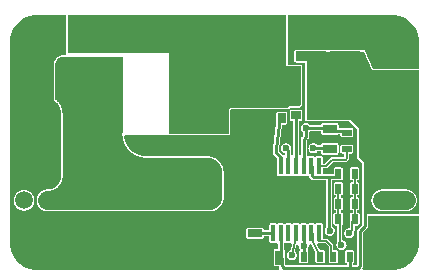
<source format=gtl>
G04*
G04 #@! TF.GenerationSoftware,Altium Limited,Altium Designer,20.1.8 (145)*
G04*
G04 Layer_Physical_Order=1*
G04 Layer_Color=2232046*
%FSAX44Y44*%
%MOMM*%
G71*
G04*
G04 #@! TF.SameCoordinates,DAE18ED5-9265-4BEA-8E83-C5C8D91DC67F*
G04*
G04*
G04 #@! TF.FilePolarity,Positive*
G04*
G01*
G75*
%ADD10C,0.1524*%
%ADD12C,0.2540*%
%ADD14C,0.1270*%
G04:AMPARAMS|DCode=15|XSize=6.5mm|YSize=5mm|CornerRadius=0.025mm|HoleSize=0mm|Usage=FLASHONLY|Rotation=90.000|XOffset=0mm|YOffset=0mm|HoleType=Round|Shape=RoundedRectangle|*
%AMROUNDEDRECTD15*
21,1,6.5000,4.9500,0,0,90.0*
21,1,6.4500,5.0000,0,0,90.0*
1,1,0.0500,2.4750,3.2250*
1,1,0.0500,2.4750,-3.2250*
1,1,0.0500,-2.4750,-3.2250*
1,1,0.0500,-2.4750,3.2250*
%
%ADD15ROUNDEDRECTD15*%
G04:AMPARAMS|DCode=20|XSize=0.85mm|YSize=0.5mm|CornerRadius=0.0025mm|HoleSize=0mm|Usage=FLASHONLY|Rotation=90.000|XOffset=0mm|YOffset=0mm|HoleType=Round|Shape=RoundedRectangle|*
%AMROUNDEDRECTD20*
21,1,0.8500,0.4950,0,0,90.0*
21,1,0.8450,0.5000,0,0,90.0*
1,1,0.0050,0.2475,0.4225*
1,1,0.0050,0.2475,-0.4225*
1,1,0.0050,-0.2475,-0.4225*
1,1,0.0050,-0.2475,0.4225*
%
%ADD20ROUNDEDRECTD20*%
G04:AMPARAMS|DCode=21|XSize=0.85mm|YSize=0.55mm|CornerRadius=0.0028mm|HoleSize=0mm|Usage=FLASHONLY|Rotation=270.000|XOffset=0mm|YOffset=0mm|HoleType=Round|Shape=RoundedRectangle|*
%AMROUNDEDRECTD21*
21,1,0.8500,0.5445,0,0,270.0*
21,1,0.8445,0.5500,0,0,270.0*
1,1,0.0055,-0.2723,-0.4223*
1,1,0.0055,-0.2723,0.4223*
1,1,0.0055,0.2723,0.4223*
1,1,0.0055,0.2723,-0.4223*
%
%ADD21ROUNDEDRECTD21*%
G04:AMPARAMS|DCode=22|XSize=1.65mm|YSize=0.8mm|CornerRadius=0.004mm|HoleSize=0mm|Usage=FLASHONLY|Rotation=90.000|XOffset=0mm|YOffset=0mm|HoleType=Round|Shape=RoundedRectangle|*
%AMROUNDEDRECTD22*
21,1,1.6500,0.7920,0,0,90.0*
21,1,1.6420,0.8000,0,0,90.0*
1,1,0.0080,0.3960,0.8210*
1,1,0.0080,0.3960,-0.8210*
1,1,0.0080,-0.3960,-0.8210*
1,1,0.0080,-0.3960,0.8210*
%
%ADD22ROUNDEDRECTD22*%
G04:AMPARAMS|DCode=23|XSize=2.35mm|YSize=2.1mm|CornerRadius=0.0105mm|HoleSize=0mm|Usage=FLASHONLY|Rotation=180.000|XOffset=0mm|YOffset=0mm|HoleType=Round|Shape=RoundedRectangle|*
%AMROUNDEDRECTD23*
21,1,2.3500,2.0790,0,0,180.0*
21,1,2.3290,2.1000,0,0,180.0*
1,1,0.0210,-1.1645,1.0395*
1,1,0.0210,1.1645,1.0395*
1,1,0.0210,1.1645,-1.0395*
1,1,0.0210,-1.1645,-1.0395*
%
%ADD23ROUNDEDRECTD23*%
G04:AMPARAMS|DCode=24|XSize=2.9972mm|YSize=3.0988mm|CornerRadius=0.015mm|HoleSize=0mm|Usage=FLASHONLY|Rotation=90.000|XOffset=0mm|YOffset=0mm|HoleType=Round|Shape=RoundedRectangle|*
%AMROUNDEDRECTD24*
21,1,2.9972,3.0688,0,0,90.0*
21,1,2.9672,3.0988,0,0,90.0*
1,1,0.0300,1.5344,1.4836*
1,1,0.0300,1.5344,-1.4836*
1,1,0.0300,-1.5344,-1.4836*
1,1,0.0300,-1.5344,1.4836*
%
%ADD24ROUNDEDRECTD24*%
G04:AMPARAMS|DCode=25|XSize=1.4224mm|YSize=0.35mm|CornerRadius=0.0018mm|HoleSize=0mm|Usage=FLASHONLY|Rotation=270.000|XOffset=0mm|YOffset=0mm|HoleType=Round|Shape=RoundedRectangle|*
%AMROUNDEDRECTD25*
21,1,1.4224,0.3465,0,0,270.0*
21,1,1.4189,0.3500,0,0,270.0*
1,1,0.0035,-0.1733,-0.7095*
1,1,0.0035,-0.1733,0.7095*
1,1,0.0035,0.1733,0.7095*
1,1,0.0035,0.1733,-0.7095*
%
%ADD25ROUNDEDRECTD25*%
G04:AMPARAMS|DCode=26|XSize=1.2mm|YSize=0.7mm|CornerRadius=0.0035mm|HoleSize=0mm|Usage=FLASHONLY|Rotation=180.000|XOffset=0mm|YOffset=0mm|HoleType=Round|Shape=RoundedRectangle|*
%AMROUNDEDRECTD26*
21,1,1.2000,0.6930,0,0,180.0*
21,1,1.1930,0.7000,0,0,180.0*
1,1,0.0070,-0.5965,0.3465*
1,1,0.0070,0.5965,0.3465*
1,1,0.0070,0.5965,-0.3465*
1,1,0.0070,-0.5965,-0.3465*
%
%ADD26ROUNDEDRECTD26*%
G04:AMPARAMS|DCode=27|XSize=1.2mm|YSize=0.7mm|CornerRadius=0.0035mm|HoleSize=0mm|Usage=FLASHONLY|Rotation=90.000|XOffset=0mm|YOffset=0mm|HoleType=Round|Shape=RoundedRectangle|*
%AMROUNDEDRECTD27*
21,1,1.2000,0.6930,0,0,90.0*
21,1,1.1930,0.7000,0,0,90.0*
1,1,0.0070,0.3465,0.5965*
1,1,0.0070,0.3465,-0.5965*
1,1,0.0070,-0.3465,-0.5965*
1,1,0.0070,-0.3465,0.5965*
%
%ADD27ROUNDEDRECTD27*%
G04:AMPARAMS|DCode=28|XSize=0.85mm|YSize=0.5mm|CornerRadius=0.0025mm|HoleSize=0mm|Usage=FLASHONLY|Rotation=180.000|XOffset=0mm|YOffset=0mm|HoleType=Round|Shape=RoundedRectangle|*
%AMROUNDEDRECTD28*
21,1,0.8500,0.4950,0,0,180.0*
21,1,0.8450,0.5000,0,0,180.0*
1,1,0.0050,-0.4225,0.2475*
1,1,0.0050,0.4225,0.2475*
1,1,0.0050,0.4225,-0.2475*
1,1,0.0050,-0.4225,-0.2475*
%
%ADD28ROUNDEDRECTD28*%
G04:AMPARAMS|DCode=29|XSize=2.55mm|YSize=0.8mm|CornerRadius=0.004mm|HoleSize=0mm|Usage=FLASHONLY|Rotation=0.000|XOffset=0mm|YOffset=0mm|HoleType=Round|Shape=RoundedRectangle|*
%AMROUNDEDRECTD29*
21,1,2.5500,0.7920,0,0,0.0*
21,1,2.5420,0.8000,0,0,0.0*
1,1,0.0080,1.2710,-0.3960*
1,1,0.0080,-1.2710,-0.3960*
1,1,0.0080,-1.2710,0.3960*
1,1,0.0080,1.2710,0.3960*
%
%ADD29ROUNDEDRECTD29*%
G04:AMPARAMS|DCode=67|XSize=0.8mm|YSize=0.7mm|CornerRadius=0.0035mm|HoleSize=0mm|Usage=FLASHONLY|Rotation=90.000|XOffset=0mm|YOffset=0mm|HoleType=Round|Shape=RoundedRectangle|*
%AMROUNDEDRECTD67*
21,1,0.8000,0.6930,0,0,90.0*
21,1,0.7930,0.7000,0,0,90.0*
1,1,0.0070,0.3465,0.3965*
1,1,0.0070,0.3465,-0.3965*
1,1,0.0070,-0.3465,-0.3965*
1,1,0.0070,-0.3465,0.3965*
%
%ADD67ROUNDEDRECTD67*%
G04:AMPARAMS|DCode=68|XSize=4.3mm|YSize=4.56mm|CornerRadius=0.0215mm|HoleSize=0mm|Usage=FLASHONLY|Rotation=90.000|XOffset=0mm|YOffset=0mm|HoleType=Round|Shape=RoundedRectangle|*
%AMROUNDEDRECTD68*
21,1,4.3000,4.5170,0,0,90.0*
21,1,4.2570,4.5600,0,0,90.0*
1,1,0.0430,2.2585,2.1285*
1,1,0.0430,2.2585,-2.1285*
1,1,0.0430,-2.2585,-2.1285*
1,1,0.0430,-2.2585,2.1285*
%
%ADD68ROUNDEDRECTD68*%
G04:AMPARAMS|DCode=69|XSize=0.8mm|YSize=0.7mm|CornerRadius=0.0035mm|HoleSize=0mm|Usage=FLASHONLY|Rotation=0.000|XOffset=0mm|YOffset=0mm|HoleType=Round|Shape=RoundedRectangle|*
%AMROUNDEDRECTD69*
21,1,0.8000,0.6930,0,0,0.0*
21,1,0.7930,0.7000,0,0,0.0*
1,1,0.0070,0.3965,-0.3465*
1,1,0.0070,-0.3965,-0.3465*
1,1,0.0070,-0.3965,0.3465*
1,1,0.0070,0.3965,0.3465*
%
%ADD69ROUNDEDRECTD69*%
G04:AMPARAMS|DCode=70|XSize=4.3mm|YSize=4.56mm|CornerRadius=0.0215mm|HoleSize=0mm|Usage=FLASHONLY|Rotation=0.000|XOffset=0mm|YOffset=0mm|HoleType=Round|Shape=RoundedRectangle|*
%AMROUNDEDRECTD70*
21,1,4.3000,4.5170,0,0,0.0*
21,1,4.2570,4.5600,0,0,0.0*
1,1,0.0430,2.1285,-2.2585*
1,1,0.0430,-2.1285,-2.2585*
1,1,0.0430,-2.1285,2.2585*
1,1,0.0430,2.1285,2.2585*
%
%ADD70ROUNDEDRECTD70*%
%ADD71C,0.2286*%
%ADD72C,1.6000*%
%ADD73O,4.0000X2.4000*%
%ADD74C,2.5000*%
%ADD75C,0.6000*%
%ADD76C,0.6500*%
%ADD77C,1.5000*%
G36*
X00331697Y00217079D02*
X00335876Y00215348D01*
X00339637Y00212835D01*
X00342835Y00209637D01*
X00345348Y00205876D01*
X00347079Y00201697D01*
X00347961Y00197262D01*
Y00195000D01*
Y00172228D01*
X00309541D01*
X00302554Y00187288D01*
X00302549Y00187296D01*
X00302546Y00187304D01*
X00302516Y00187359D01*
X00302486Y00187414D01*
X00302481Y00187421D01*
X00302477Y00187429D01*
X00302440Y00187480D01*
X00302405Y00187531D01*
X00302399Y00187538D01*
X00302394Y00187546D01*
X00302353Y00187591D01*
X00302312Y00187639D01*
X00302305Y00187645D01*
X00302299Y00187652D01*
X00302253Y00187693D01*
X00302207Y00187736D01*
X00302199Y00187741D01*
X00302193Y00187747D01*
X00302142Y00187783D01*
X00302092Y00187820D01*
X00302084Y00187824D01*
X00302076Y00187829D01*
X00302022Y00187860D01*
X00301968Y00187890D01*
X00301960Y00187894D01*
X00301952Y00187899D01*
X00301893Y00187923D01*
X00301837Y00187947D01*
X00301828Y00187950D01*
X00301820Y00187953D01*
X00301759Y00187971D01*
X00301700Y00187988D01*
X00301691Y00187990D01*
X00301683Y00187993D01*
X00301622Y00188003D01*
X00301560Y00188014D01*
X00301551Y00188015D01*
X00301542Y00188016D01*
X00301481Y00188020D01*
X00301418Y00188024D01*
X00301409Y00188024D01*
X00301400Y00188025D01*
X00298281D01*
X00298277Y00188025D01*
X00272857D01*
X00272852Y00188025D01*
X00269279D01*
X00269274Y00188025D01*
X00243854D01*
X00243707Y00188016D01*
X00243562Y00187992D01*
X00243421Y00187951D01*
X00243285Y00187895D01*
X00243156Y00187824D01*
X00243036Y00187738D01*
X00242926Y00187640D01*
X00242828Y00187531D01*
X00242743Y00187411D01*
X00242672Y00187282D01*
X00242616Y00187146D01*
X00242575Y00187005D01*
X00242550Y00186860D01*
X00242542Y00186713D01*
Y00178793D01*
X00242550Y00178646D01*
X00242575Y00178501D01*
X00242616Y00178359D01*
X00242672Y00178223D01*
X00242743Y00178095D01*
X00242828Y00177975D01*
X00242926Y00177865D01*
X00243036Y00177767D01*
X00243156Y00177682D01*
X00243285Y00177611D01*
X00243421Y00177554D01*
X00243562Y00177514D01*
X00243707Y00177489D01*
X00243854Y00177481D01*
X00251766D01*
Y00174340D01*
X00251766Y00174335D01*
Y00129165D01*
X00251766Y00129160D01*
Y00128950D01*
X00251774Y00128808D01*
X00251798Y00128667D01*
X00251838Y00128530D01*
X00251892Y00128398D01*
X00251961Y00128273D01*
X00252044Y00128157D01*
X00252139Y00128051D01*
X00252245Y00127956D01*
X00252362Y00127873D01*
X00252486Y00127804D01*
X00252618Y00127750D01*
X00252755Y00127710D01*
X00252896Y00127686D01*
X00253038Y00127678D01*
X00253248D01*
X00253253Y00127678D01*
X00289144D01*
X00295669Y00121152D01*
Y00097403D01*
X00295677Y00097260D01*
X00295701Y00097120D01*
X00295740Y00096983D01*
X00295795Y00096851D01*
X00295864Y00096726D01*
X00295947Y00096610D01*
X00296042Y00096503D01*
X00299972Y00092573D01*
X00299972Y00049915D01*
X00299972Y00049906D01*
Y00040014D01*
X00296554Y00036597D01*
X00296404Y00036433D01*
X00296269Y00036257D01*
X00296150Y00036070D01*
X00296047Y00035873D01*
X00295963Y00035668D01*
X00295896Y00035457D01*
X00295848Y00035240D01*
X00295819Y00035020D01*
X00295809Y00034799D01*
Y00006240D01*
X00295381Y00005812D01*
X00292057D01*
Y00007481D01*
X00292135Y00007486D01*
X00292278Y00007510D01*
X00292418Y00007550D01*
X00292553Y00007606D01*
X00292680Y00007676D01*
X00292799Y00007760D01*
X00292907Y00007857D01*
X00293004Y00007966D01*
X00293088Y00008084D01*
X00293158Y00008212D01*
X00293214Y00008346D01*
X00293254Y00008486D01*
X00293279Y00008629D01*
X00293287Y00008774D01*
Y00017225D01*
X00293279Y00017370D01*
X00293254Y00017513D01*
X00293214Y00017653D01*
X00293158Y00017787D01*
X00293088Y00017915D01*
X00293004Y00018033D01*
X00292907Y00018142D01*
X00292799Y00018239D01*
X00292680Y00018323D01*
X00292553Y00018393D01*
X00292418Y00018449D01*
X00292278Y00018489D01*
X00292135Y00018513D01*
X00291990Y00018521D01*
X00287040D01*
X00286895Y00018513D01*
X00286751Y00018489D01*
X00286611Y00018449D01*
X00286477Y00018393D01*
X00286350Y00018323D01*
X00286231Y00018239D01*
X00286123Y00018142D01*
X00286026Y00018033D01*
X00285942Y00017915D01*
X00285871Y00017787D01*
X00285816Y00017653D01*
X00285775Y00017513D01*
X00285751Y00017370D01*
X00285743Y00017225D01*
Y00008774D01*
X00285751Y00008629D01*
X00285775Y00008486D01*
X00285816Y00008346D01*
X00285871Y00008212D01*
X00285942Y00008084D01*
X00286026Y00007966D01*
X00286123Y00007857D01*
X00286231Y00007760D01*
X00286350Y00007676D01*
X00286477Y00007606D01*
X00286611Y00007550D01*
X00286751Y00007510D01*
X00286895Y00007486D01*
X00286972Y00007481D01*
Y00005812D01*
X00234833D01*
X00234572Y00006073D01*
Y00012349D01*
X00234571Y00012369D01*
Y00018314D01*
X00234563Y00018461D01*
X00234539Y00018605D01*
X00234498Y00018746D01*
X00234442Y00018881D01*
X00234371Y00019010D01*
X00234286Y00019129D01*
X00234189Y00019239D01*
X00234079Y00019336D01*
X00233960Y00019421D01*
X00233831Y00019492D01*
X00233696Y00019548D01*
X00233556Y00019588D01*
Y00024109D01*
X00234064Y00024485D01*
X00234186Y00024548D01*
X00235021Y00024718D01*
X00235221Y00024650D01*
X00235275Y00024628D01*
X00235355Y00024595D01*
X00235494Y00024555D01*
X00235637Y00024530D01*
X00235781Y00024522D01*
X00239246D01*
X00239256Y00024523D01*
X00239506Y00024437D01*
X00240237Y00023851D01*
X00240271Y00023807D01*
X00240542Y00023316D01*
X00239398Y00018350D01*
X00239294Y00018326D01*
X00239026Y00018245D01*
X00238765Y00018146D01*
X00238510Y00018031D01*
X00238263Y00017899D01*
X00238026Y00017751D01*
X00237799Y00017588D01*
X00237583Y00017411D01*
X00237379Y00017220D01*
X00237188Y00017016D01*
X00237010Y00016800D01*
X00236847Y00016573D01*
X00236700Y00016335D01*
X00236568Y00016089D01*
X00236452Y00015834D01*
X00236354Y00015572D01*
X00236273Y00015305D01*
X00236209Y00015032D01*
X00236164Y00014757D01*
X00236136Y00014478D01*
X00236127Y00014199D01*
X00236136Y00013920D01*
X00236164Y00013641D01*
X00236209Y00013365D01*
X00236273Y00013093D01*
X00236354Y00012826D01*
X00236452Y00012564D01*
X00236568Y00012309D01*
X00236700Y00012063D01*
X00236847Y00011825D01*
X00237010Y00011598D01*
X00237188Y00011382D01*
X00237379Y00011178D01*
X00237583Y00010987D01*
X00237799Y00010810D01*
X00238026Y00010647D01*
X00238263Y00010499D01*
X00238510Y00010367D01*
X00238765Y00010252D01*
X00239026Y00010153D01*
X00239294Y00010072D01*
X00239566Y00010009D01*
X00239842Y00009963D01*
X00240120Y00009936D01*
X00240399Y00009927D01*
X00240679Y00009936D01*
X00240957Y00009963D01*
X00241233Y00010009D01*
X00241505Y00010072D01*
X00241773Y00010153D01*
X00242034Y00010252D01*
X00242289Y00010367D01*
X00242536Y00010499D01*
X00242773Y00010647D01*
X00243000Y00010810D01*
X00243216Y00010987D01*
X00243421Y00011178D01*
X00243612Y00011382D01*
X00243789Y00011598D01*
X00243952Y00011825D01*
X00244099Y00012063D01*
X00244231Y00012309D01*
X00244347Y00012564D01*
X00244445Y00012826D01*
X00244526Y00013093D01*
X00244590Y00013365D01*
X00244635Y00013641D01*
X00244663Y00013920D01*
X00244672Y00014199D01*
X00244663Y00014478D01*
X00244635Y00014757D01*
X00244590Y00015032D01*
X00244526Y00015305D01*
X00244445Y00015572D01*
X00244347Y00015834D01*
X00244231Y00016089D01*
X00244099Y00016335D01*
X00243952Y00016573D01*
X00243789Y00016800D01*
X00243612Y00017016D01*
X00243421Y00017220D01*
X00243216Y00017411D01*
X00243116Y00017494D01*
X00244421Y00023162D01*
X00244444Y00023194D01*
X00244480Y00023229D01*
X00244777Y00023396D01*
X00245082Y00023331D01*
X00245247Y00023255D01*
X00245346Y00023182D01*
X00246141Y00022350D01*
X00246268Y00022057D01*
X00246278Y00021958D01*
X00246323Y00021683D01*
X00246387Y00021410D01*
X00246468Y00021143D01*
X00246566Y00020881D01*
X00246682Y00020626D01*
X00246814Y00020380D01*
X00246961Y00020143D01*
X00247124Y00019915D01*
X00247184Y00019546D01*
X00247185Y00019520D01*
X00247052Y00018562D01*
X00247044Y00018528D01*
X00247032Y00018491D01*
X00246895Y00018191D01*
X00246804Y00018065D01*
X00246775Y00018032D01*
X00246691Y00017913D01*
X00246620Y00017786D01*
X00246564Y00017651D01*
X00246524Y00017511D01*
X00246500Y00017367D01*
X00246491Y00017222D01*
Y00008777D01*
X00246500Y00008631D01*
X00246524Y00008488D01*
X00246564Y00008348D01*
X00246620Y00008213D01*
X00246691Y00008086D01*
X00246775Y00007967D01*
X00246872Y00007858D01*
X00246981Y00007761D01*
X00247099Y00007677D01*
X00247227Y00007606D01*
X00247362Y00007550D01*
X00247502Y00007510D01*
X00247645Y00007486D01*
X00247791Y00007477D01*
X00253236D01*
X00253381Y00007486D01*
X00253525Y00007510D01*
X00253665Y00007550D01*
X00253800Y00007606D01*
X00253927Y00007677D01*
X00254046Y00007761D01*
X00254155Y00007858D01*
X00254252Y00007967D01*
X00254336Y00008086D01*
X00254407Y00008213D01*
X00254462Y00008348D01*
X00254503Y00008488D01*
X00254527Y00008631D01*
X00254535Y00008777D01*
Y00017222D01*
X00254527Y00017367D01*
X00254503Y00017511D01*
X00254462Y00017651D01*
X00254407Y00017786D01*
X00254336Y00017913D01*
X00254252Y00018032D01*
X00254223Y00018065D01*
X00254132Y00018191D01*
X00253994Y00018491D01*
X00253983Y00018528D01*
X00253975Y00018562D01*
X00253842Y00019520D01*
X00253843Y00019546D01*
X00253903Y00019915D01*
X00254066Y00020143D01*
X00254213Y00020380D01*
X00254345Y00020626D01*
X00254460Y00020881D01*
X00254559Y00021143D01*
X00254640Y00021410D01*
X00254704Y00021683D01*
X00254749Y00021958D01*
X00254776Y00022237D01*
X00254786Y00022516D01*
X00254776Y00022795D01*
X00255964Y00023787D01*
X00256013Y00023790D01*
X00256532Y00023672D01*
X00256819Y00023515D01*
X00260491Y00016909D01*
Y00008777D01*
X00260499Y00008631D01*
X00260524Y00008488D01*
X00260564Y00008348D01*
X00260620Y00008213D01*
X00260690Y00008086D01*
X00260775Y00007967D01*
X00260872Y00007858D01*
X00260981Y00007761D01*
X00261099Y00007677D01*
X00261227Y00007606D01*
X00261362Y00007550D01*
X00261502Y00007510D01*
X00261645Y00007486D01*
X00261791Y00007477D01*
X00267236D01*
X00267381Y00007486D01*
X00267525Y00007510D01*
X00267665Y00007550D01*
X00267800Y00007606D01*
X00267927Y00007677D01*
X00268046Y00007761D01*
X00268155Y00007858D01*
X00268252Y00007967D01*
X00268336Y00008086D01*
X00268407Y00008213D01*
X00268463Y00008348D01*
X00268503Y00008488D01*
X00268527Y00008631D01*
X00268535Y00008777D01*
Y00017222D01*
X00268527Y00017367D01*
X00268503Y00017511D01*
X00268463Y00017651D01*
X00268407Y00017786D01*
X00268336Y00017913D01*
X00268252Y00018032D01*
X00268155Y00018141D01*
X00268046Y00018238D01*
X00267927Y00018322D01*
X00267800Y00018393D01*
X00267665Y00018448D01*
X00267525Y00018489D01*
X00267381Y00018513D01*
X00267236Y00018521D01*
X00263959D01*
X00261446Y00023043D01*
X00261467Y00023208D01*
X00261495Y00023327D01*
X00262367Y00024522D01*
X00265246D01*
X00265250Y00024522D01*
X00268933D01*
X00271741Y00021714D01*
Y00012999D01*
X00271743Y00012969D01*
Y00008774D01*
X00271751Y00008629D01*
X00271775Y00008486D01*
X00271815Y00008346D01*
X00271871Y00008212D01*
X00271942Y00008084D01*
X00272026Y00007966D01*
X00272123Y00007857D01*
X00272231Y00007760D01*
X00272350Y00007676D01*
X00272477Y00007606D01*
X00272611Y00007550D01*
X00272751Y00007510D01*
X00272895Y00007486D01*
X00273040Y00007477D01*
X00277990D01*
X00278135Y00007486D01*
X00278278Y00007510D01*
X00278418Y00007550D01*
X00278552Y00007606D01*
X00278680Y00007676D01*
X00278799Y00007760D01*
X00278907Y00007857D01*
X00279004Y00007966D01*
X00279088Y00008084D01*
X00279158Y00008212D01*
X00279214Y00008346D01*
X00279254Y00008486D01*
X00279279Y00008629D01*
X00279287Y00008774D01*
Y00017225D01*
X00279279Y00017370D01*
X00279254Y00017513D01*
X00279214Y00017653D01*
X00279158Y00017787D01*
X00279088Y00017915D01*
X00279004Y00018033D01*
X00278907Y00018142D01*
X00278799Y00018239D01*
X00278680Y00018323D01*
X00278552Y00018393D01*
X00278418Y00018449D01*
X00278278Y00018489D01*
X00278135Y00018513D01*
X00277990Y00018521D01*
X00275556D01*
Y00022503D01*
X00275556Y00022504D01*
X00275547Y00022691D01*
X00275519Y00022876D01*
X00275474Y00023058D01*
X00275411Y00023234D01*
X00275331Y00023403D01*
X00275234Y00023564D01*
X00275123Y00023714D01*
X00274997Y00023853D01*
X00274997Y00023853D01*
X00271071Y00027778D01*
X00270933Y00027904D01*
X00270783Y00028015D01*
X00270622Y00028112D01*
X00270453Y00028192D01*
X00270277Y00028255D01*
X00270095Y00028300D01*
X00269910Y00028328D01*
X00269723Y00028337D01*
X00266535D01*
Y00040001D01*
X00266527Y00040145D01*
X00266503Y00040288D01*
X00266463Y00040427D01*
X00266408Y00040560D01*
X00266338Y00040687D01*
X00266254Y00040805D01*
X00266158Y00040912D01*
X00266050Y00041009D01*
X00265932Y00041093D01*
X00265805Y00041163D01*
X00265672Y00041218D01*
X00265533Y00041258D01*
X00265390Y00041282D01*
X00265246Y00041290D01*
X00261781D01*
X00261637Y00041282D01*
X00261494Y00041258D01*
X00261355Y00041218D01*
X00261275Y00041185D01*
X00261221Y00041163D01*
X00260988Y00041082D01*
X00260956Y00041075D01*
X00260427Y00041009D01*
X00260100D01*
X00259570Y00041075D01*
X00259538Y00041082D01*
X00259305Y00041163D01*
X00259252Y00041185D01*
X00259172Y00041218D01*
X00259033Y00041258D01*
X00258890Y00041282D01*
X00258746Y00041290D01*
X00255281D01*
X00255137Y00041282D01*
X00254994Y00041258D01*
X00254855Y00041218D01*
X00254775Y00041185D01*
X00254721Y00041163D01*
X00254488Y00041082D01*
X00254457Y00041075D01*
X00253927Y00041009D01*
X00253599D01*
X00253070Y00041075D01*
X00253039Y00041082D01*
X00252805Y00041163D01*
X00252752Y00041185D01*
X00252672Y00041218D01*
X00252533Y00041258D01*
X00252390Y00041282D01*
X00252246Y00041290D01*
X00248781D01*
X00248636Y00041282D01*
X00248494Y00041258D01*
X00248355Y00041218D01*
X00248275Y00041185D01*
X00248221Y00041163D01*
X00247988Y00041082D01*
X00247956Y00041075D01*
X00247427Y00041009D01*
X00247099D01*
X00246570Y00041075D01*
X00246539Y00041082D01*
X00246305Y00041163D01*
X00246252Y00041185D01*
X00246172Y00041218D01*
X00246033Y00041258D01*
X00245890Y00041282D01*
X00245746Y00041290D01*
X00242281D01*
X00242136Y00041282D01*
X00241994Y00041258D01*
X00241855Y00041218D01*
X00241775Y00041185D01*
X00241721Y00041163D01*
X00241488Y00041082D01*
X00241456Y00041075D01*
X00240927Y00041009D01*
X00240599D01*
X00240070Y00041075D01*
X00240039Y00041082D01*
X00239805Y00041163D01*
X00239752Y00041185D01*
X00239672Y00041218D01*
X00239533Y00041258D01*
X00239390Y00041282D01*
X00239246Y00041290D01*
X00235781D01*
X00235637Y00041282D01*
X00235494Y00041258D01*
X00235355Y00041218D01*
X00235275Y00041185D01*
X00235221Y00041163D01*
X00234988Y00041082D01*
X00234956Y00041075D01*
X00234427Y00041009D01*
X00234100D01*
X00233570Y00041075D01*
X00233539Y00041082D01*
X00233305Y00041163D01*
X00233252Y00041185D01*
X00233172Y00041218D01*
X00233033Y00041258D01*
X00232890Y00041282D01*
X00232746Y00041290D01*
X00229281D01*
X00229137Y00041282D01*
X00228994Y00041258D01*
X00228855Y00041218D01*
X00228775Y00041185D01*
X00228721Y00041163D01*
X00228488Y00041082D01*
X00228456Y00041075D01*
X00227927Y00041009D01*
X00227600D01*
X00227070Y00041075D01*
X00227039Y00041082D01*
X00226805Y00041163D01*
X00226752Y00041185D01*
X00226672Y00041218D01*
X00226533Y00041258D01*
X00226390Y00041282D01*
X00226246Y00041290D01*
X00222781D01*
X00222637Y00041282D01*
X00222494Y00041258D01*
X00222355Y00041218D01*
X00222221Y00041163D01*
X00222095Y00041093D01*
X00221977Y00041009D01*
X00221869Y00040912D01*
X00221773Y00040805D01*
X00221689Y00040687D01*
X00221619Y00040560D01*
X00221564Y00040427D01*
X00221524Y00040288D01*
X00221499Y00040145D01*
X00221491Y00040001D01*
Y00035449D01*
X00216543D01*
Y00036371D01*
X00216535Y00036518D01*
X00216510Y00036662D01*
X00216470Y00036803D01*
X00216414Y00036938D01*
X00216343Y00037067D01*
X00216258Y00037186D01*
X00216160Y00037295D01*
X00216051Y00037393D01*
X00215931Y00037478D01*
X00215803Y00037549D01*
X00215668Y00037605D01*
X00215527Y00037645D01*
X00215382Y00037670D01*
X00215236Y00037678D01*
X00203306D01*
X00203160Y00037670D01*
X00203015Y00037645D01*
X00202874Y00037605D01*
X00202739Y00037549D01*
X00202611Y00037478D01*
X00202491Y00037393D01*
X00202382Y00037295D01*
X00202284Y00037186D01*
X00202199Y00037067D01*
X00202129Y00036938D01*
X00202072Y00036803D01*
X00202032Y00036662D01*
X00202007Y00036518D01*
X00201999Y00036371D01*
Y00029441D01*
X00202007Y00029295D01*
X00202032Y00029150D01*
X00202072Y00029009D01*
X00202129Y00028874D01*
X00202199Y00028746D01*
X00202284Y00028626D01*
X00202382Y00028517D01*
X00202491Y00028419D01*
X00202611Y00028334D01*
X00202739Y00028263D01*
X00202874Y00028207D01*
X00203015Y00028167D01*
X00203160Y00028142D01*
X00203306Y00028134D01*
X00215236D01*
X00215382Y00028142D01*
X00215527Y00028167D01*
X00215668Y00028207D01*
X00215803Y00028263D01*
X00215931Y00028334D01*
X00216051Y00028419D01*
X00216160Y00028517D01*
X00216258Y00028626D01*
X00216343Y00028746D01*
X00216414Y00028874D01*
X00216470Y00029009D01*
X00216510Y00029150D01*
X00216535Y00029295D01*
X00216543Y00029441D01*
Y00030364D01*
X00221491D01*
Y00025812D01*
X00221499Y00025667D01*
X00221524Y00025525D01*
X00221564Y00025386D01*
X00221619Y00025252D01*
X00221689Y00025126D01*
X00221773Y00025008D01*
X00221869Y00024900D01*
X00221977Y00024804D01*
X00222095Y00024720D01*
X00222221Y00024650D01*
X00222355Y00024595D01*
X00222494Y00024555D01*
X00222637Y00024530D01*
X00222781Y00024522D01*
X00226246D01*
X00226390Y00024530D01*
X00226533Y00024555D01*
X00226672Y00024595D01*
X00226752Y00024628D01*
X00226805Y00024650D01*
X00227005Y00024718D01*
X00227840Y00024548D01*
X00227963Y00024485D01*
X00228471Y00024109D01*
Y00019621D01*
X00226334D01*
X00226188Y00019613D01*
X00226043Y00019589D01*
X00225903Y00019548D01*
X00225767Y00019492D01*
X00225639Y00019421D01*
X00225519Y00019336D01*
X00225410Y00019239D01*
X00225312Y00019129D01*
X00225228Y00019010D01*
X00225157Y00018881D01*
X00225101Y00018746D01*
X00225060Y00018605D01*
X00225035Y00018461D01*
X00225027Y00018314D01*
Y00006384D01*
X00225035Y00006238D01*
X00225060Y00006094D01*
X00225101Y00005953D01*
X00225157Y00005817D01*
X00225228Y00005689D01*
X00225312Y00005569D01*
X00225410Y00005460D01*
X00225519Y00005362D01*
X00225639Y00005278D01*
X00225767Y00005207D01*
X00225903Y00005151D01*
X00226043Y00005110D01*
X00226188Y00005085D01*
X00226334Y00005077D01*
X00229487D01*
Y00005020D01*
X00229497Y00004798D01*
X00229526Y00004578D01*
X00229574Y00004362D01*
X00229641Y00004150D01*
X00229726Y00003945D01*
X00229828Y00003749D01*
X00229947Y00003561D01*
X00229746Y00002684D01*
X00229437Y00002039D01*
X00022738D01*
X00018303Y00002921D01*
X00014124Y00004652D01*
X00010363Y00007165D01*
X00007165Y00010363D01*
X00004652Y00014124D01*
X00002921Y00018303D01*
X00002039Y00022738D01*
Y00025000D01*
Y00195000D01*
Y00197262D01*
X00002921Y00201697D01*
X00004652Y00205876D01*
X00007165Y00209637D01*
X00010363Y00212835D01*
X00014124Y00215348D01*
X00018303Y00217079D01*
X00022738Y00217961D01*
X00049274D01*
X00049274Y00185297D01*
X00049274Y00185276D01*
X00049213Y00185026D01*
X00048592Y00184058D01*
X00048379Y00183883D01*
X00048213Y00183773D01*
X00047119D01*
X00047118Y00183773D01*
X00046950Y00183773D01*
X00046919Y00183771D01*
X00046888Y00183772D01*
X00046551Y00183755D01*
X00046519Y00183752D01*
X00046488Y00183750D01*
X00046153Y00183717D01*
X00046122Y00183713D01*
X00046090Y00183710D01*
X00045756Y00183660D01*
X00045726Y00183654D01*
X00045695Y00183650D01*
X00045364Y00183584D01*
X00045334Y00183576D01*
X00045303Y00183570D01*
X00044975Y00183488D01*
X00044946Y00183479D01*
X00044915Y00183471D01*
X00044592Y00183373D01*
X00044563Y00183363D01*
X00044533Y00183354D01*
X00044215Y00183240D01*
X00044186Y00183228D01*
X00044157Y00183217D01*
X00043845Y00183088D01*
X00043817Y00183075D01*
X00043788Y00183063D01*
X00043482Y00182919D01*
X00043455Y00182904D01*
X00043427Y00182890D01*
X00043129Y00182731D01*
X00043102Y00182715D01*
X00043075Y00182701D01*
X00042785Y00182527D01*
X00042759Y00182510D01*
X00042732Y00182494D01*
X00042452Y00182306D01*
X00042427Y00182287D01*
X00042401Y00182270D01*
X00042129Y00182069D01*
X00042105Y00182049D01*
X00042080Y00182031D01*
X00041819Y00181816D01*
X00041796Y00181795D01*
X00041772Y00181776D01*
X00041522Y00181549D01*
X00041500Y00181527D01*
X00041476Y00181506D01*
X00041238Y00181267D01*
X00041217Y00181244D01*
X00041195Y00181222D01*
X00040968Y00180972D01*
X00040948Y00180947D01*
X00040927Y00180924D01*
X00040713Y00180663D01*
X00040695Y00180638D01*
X00040675Y00180614D01*
X00040473Y00180343D01*
X00040456Y00180317D01*
X00040437Y00180292D01*
X00040250Y00180011D01*
X00040234Y00179984D01*
X00040217Y00179958D01*
X00040043Y00179669D01*
X00040029Y00179641D01*
X00040012Y00179615D01*
X00039853Y00179317D01*
X00039840Y00179288D01*
X00039825Y00179261D01*
X00039681Y00178956D01*
X00039669Y00178927D01*
X00039655Y00178899D01*
X00039526Y00178587D01*
X00039516Y00178557D01*
X00039504Y00178529D01*
X00039390Y00178211D01*
X00039381Y00178181D01*
X00039370Y00178151D01*
X00039272Y00177828D01*
X00039265Y00177798D01*
X00039256Y00177768D01*
X00039174Y00177441D01*
X00039168Y00177410D01*
X00039160Y00177380D01*
X00039094Y00177049D01*
X00039090Y00177018D01*
X00039083Y00176987D01*
X00039034Y00176653D01*
X00039031Y00176622D01*
X00039026Y00176591D01*
X00038993Y00176255D01*
X00038992Y00176224D01*
X00038988Y00176193D01*
X00038972Y00175856D01*
X00038972Y00175824D01*
X00038970Y00175793D01*
X00038970Y00175624D01*
Y00167218D01*
X00038970Y00167210D01*
Y00150790D01*
X00038970Y00150782D01*
Y00146119D01*
X00038974Y00146060D01*
X00038976Y00146001D01*
X00038978Y00145989D01*
X00038979Y00145977D01*
X00038988Y00145918D01*
X00038997Y00145860D01*
X00039000Y00145848D01*
X00039002Y00145836D01*
X00039019Y00145779D01*
X00039034Y00145722D01*
X00039039Y00145711D01*
X00039042Y00145699D01*
X00039065Y00145644D01*
X00039086Y00145589D01*
X00039092Y00145578D01*
X00039096Y00145568D01*
X00039125Y00145516D01*
X00039153Y00145463D01*
X00039160Y00145453D01*
X00039165Y00145443D01*
X00039199Y00145395D01*
X00039233Y00145345D01*
X00039241Y00145336D01*
X00039248Y00145326D01*
X00039288Y00145282D01*
X00039326Y00145237D01*
X00039335Y00145229D01*
X00039343Y00145220D01*
X00039388Y00145180D01*
X00039431Y00145140D01*
X00039441Y00145133D01*
X00039449Y00145125D01*
X00039498Y00145090D01*
X00039546Y00145055D01*
X00039760Y00144915D01*
X00040126Y00144655D01*
X00040482Y00144382D01*
X00040827Y00144096D01*
X00041162Y00143797D01*
X00041485Y00143485D01*
X00041797Y00143162D01*
X00042096Y00142827D01*
X00042382Y00142482D01*
X00042655Y00142126D01*
X00042915Y00141761D01*
X00043161Y00141384D01*
X00043392Y00141000D01*
X00043609Y00140607D01*
X00043812Y00140206D01*
X00043999Y00139799D01*
X00044170Y00139384D01*
X00044327Y00138964D01*
X00044467Y00138537D01*
X00044591Y00138106D01*
X00044699Y00137670D01*
X00044791Y00137231D01*
X00044866Y00136789D01*
X00044925Y00136343D01*
X00044967Y00135897D01*
X00044992Y00135449D01*
X00045000Y00134983D01*
X00045005Y00134924D01*
X00045008Y00134864D01*
X00045010Y00134853D01*
X00045011Y00134841D01*
X00045022Y00134782D01*
X00045032Y00134724D01*
X00045035Y00134712D01*
X00045038Y00134701D01*
X00045055Y00134644D01*
X00045071Y00134589D01*
X00045071Y00081368D01*
X00045071Y00081365D01*
X00045068Y00081137D01*
X00045051Y00080689D01*
X00045016Y00080246D01*
X00044964Y00079806D01*
X00044894Y00079369D01*
X00044808Y00078934D01*
X00044704Y00078502D01*
X00044584Y00078075D01*
X00044447Y00077654D01*
X00044294Y00077238D01*
X00044124Y00076829D01*
X00043938Y00076426D01*
X00043737Y00076031D01*
X00043521Y00075644D01*
X00043289Y00075266D01*
X00043043Y00074898D01*
X00042782Y00074539D01*
X00042508Y00074191D01*
X00042220Y00073854D01*
X00041919Y00073528D01*
X00041606Y00073215D01*
X00041280Y00072914D01*
X00040943Y00072626D01*
X00040595Y00072351D01*
X00040236Y00072091D01*
X00039867Y00071845D01*
X00039490Y00071613D01*
X00039103Y00071397D01*
X00038708Y00071195D01*
X00038305Y00071010D01*
X00037896Y00070840D01*
X00037480Y00070687D01*
X00037058Y00070550D01*
X00036631Y00070429D01*
X00036200Y00070326D01*
X00035766Y00070239D01*
X00035328Y00070170D01*
X00034888Y00070118D01*
X00034445Y00070083D01*
X00033997Y00070065D01*
X00033769Y00070063D01*
X00033764Y00070063D01*
X00033584D01*
X00033553Y00070061D01*
X00033521Y00070061D01*
X00033128Y00070042D01*
X00033097Y00070039D01*
X00033066Y00070037D01*
X00032674Y00069999D01*
X00032643Y00069994D01*
X00032612Y00069991D01*
X00032222Y00069934D01*
X00032192Y00069927D01*
X00032161Y00069923D01*
X00031775Y00069846D01*
X00031745Y00069838D01*
X00031714Y00069832D01*
X00031332Y00069737D01*
X00031302Y00069727D01*
X00031272Y00069720D01*
X00030895Y00069606D01*
X00030866Y00069595D01*
X00030835Y00069586D01*
X00030465Y00069453D01*
X00030436Y00069441D01*
X00030406Y00069431D01*
X00030043Y00069280D01*
X00030015Y00069267D01*
X00029986Y00069255D01*
X00029630Y00069086D01*
X00029602Y00069072D01*
X00029574Y00069058D01*
X00029227Y00068873D01*
X00029200Y00068857D01*
X00029172Y00068842D01*
X00028834Y00068639D01*
X00028809Y00068622D01*
X00028782Y00068606D01*
X00028454Y00068387D01*
X00028429Y00068369D01*
X00028403Y00068351D01*
X00028087Y00068117D01*
X00028063Y00068097D01*
X00028038Y00068078D01*
X00027733Y00067829D01*
X00027710Y00067807D01*
X00027686Y00067788D01*
X00027394Y00067523D01*
X00027372Y00067501D01*
X00027349Y00067480D01*
X00027071Y00067202D01*
X00027050Y00067179D01*
X00027027Y00067157D01*
X00026763Y00066865D01*
X00026743Y00066841D01*
X00026722Y00066817D01*
X00026472Y00066513D01*
X00026454Y00066488D01*
X00026434Y00066464D01*
X00026199Y00066148D01*
X00026182Y00066122D01*
X00026163Y00066097D01*
X00025945Y00065769D01*
X00025929Y00065742D01*
X00025911Y00065716D01*
X00025709Y00065378D01*
X00025694Y00065351D01*
X00025678Y00065324D01*
X00025492Y00064977D01*
X00025479Y00064949D01*
X00025464Y00064921D01*
X00025296Y00064565D01*
X00025284Y00064536D01*
X00025271Y00064508D01*
X00025120Y00064144D01*
X00025110Y00064115D01*
X00025097Y00064086D01*
X00024965Y00063715D01*
X00024956Y00063685D01*
X00024945Y00063656D01*
X00024831Y00063279D01*
X00024824Y00063249D01*
X00024814Y00063219D01*
X00024718Y00062837D01*
X00024713Y00062807D01*
X00024705Y00062776D01*
X00024628Y00062390D01*
X00024624Y00062358D01*
X00024617Y00062328D01*
X00024560Y00061939D01*
X00024557Y00061908D01*
X00024552Y00061877D01*
X00024513Y00061485D01*
X00024512Y00061454D01*
X00024509Y00061423D01*
X00024489Y00061029D01*
X00024490Y00060998D01*
X00024488Y00060967D01*
X00024488Y00060573D01*
X00024490Y00060542D01*
X00024489Y00060511D01*
X00024509Y00060117D01*
X00024512Y00060086D01*
X00024513Y00060055D01*
X00024552Y00059663D01*
X00024557Y00059632D01*
X00024560Y00059601D01*
X00024617Y00059212D01*
X00024624Y00059181D01*
X00024628Y00059150D01*
X00024705Y00058764D01*
X00024713Y00058733D01*
X00024718Y00058703D01*
X00024814Y00058321D01*
X00024824Y00058291D01*
X00024831Y00058261D01*
X00024945Y00057884D01*
X00024956Y00057855D01*
X00024965Y00057825D01*
X00025097Y00057454D01*
X00025110Y00057425D01*
X00025120Y00057396D01*
X00025271Y00057032D01*
X00025284Y00057004D01*
X00025296Y00056975D01*
X00025464Y00056618D01*
X00025479Y00056591D01*
X00025492Y00056563D01*
X00025678Y00056216D01*
X00025694Y00056189D01*
X00025709Y00056161D01*
X00025911Y00055823D01*
X00025929Y00055798D01*
X00025945Y00055771D01*
X00026163Y00055443D01*
X00026182Y00055418D01*
X00026199Y00055392D01*
X00026434Y00055076D01*
X00026454Y00055052D01*
X00026472Y00055027D01*
X00026722Y00054722D01*
X00026744Y00054699D01*
X00026763Y00054675D01*
X00027027Y00054383D01*
X00027050Y00054361D01*
X00027071Y00054338D01*
X00027349Y00054060D01*
X00027372Y00054039D01*
X00027394Y00054016D01*
X00027686Y00053752D01*
X00027710Y00053732D01*
X00027733Y00053711D01*
X00028038Y00053461D01*
X00028063Y00053443D01*
X00028087Y00053423D01*
X00028403Y00053188D01*
X00028430Y00053171D01*
X00028454Y00053152D01*
X00028782Y00052934D01*
X00028809Y00052918D01*
X00028835Y00052900D01*
X00029172Y00052698D01*
X00029200Y00052683D01*
X00029227Y00052667D01*
X00029574Y00052481D01*
X00029602Y00052468D01*
X00029630Y00052453D01*
X00029986Y00052285D01*
X00030015Y00052273D01*
X00030043Y00052260D01*
X00030407Y00052109D01*
X00030436Y00052098D01*
X00030465Y00052086D01*
X00030836Y00051954D01*
X00030866Y00051945D01*
X00030895Y00051934D01*
X00031272Y00051820D01*
X00031302Y00051812D01*
X00031332Y00051803D01*
X00031714Y00051708D01*
X00031744Y00051702D01*
X00031775Y00051694D01*
X00032161Y00051617D01*
X00032192Y00051613D01*
X00032223Y00051606D01*
X00032612Y00051549D01*
X00032643Y00051546D01*
X00032674Y00051541D01*
X00033066Y00051502D01*
X00033097Y00051501D01*
X00033128Y00051498D01*
X00033522Y00051478D01*
X00033553Y00051479D01*
X00033584Y00051477D01*
X00033781Y00051477D01*
X00170693Y00051477D01*
X00170729Y00051479D01*
X00170765Y00051479D01*
X00172006Y00051550D01*
X00172045Y00051554D01*
X00172083Y00051557D01*
X00172324Y00051585D01*
X00172348Y00051590D01*
X00172373Y00051592D01*
X00172793Y00051659D01*
X00172817Y00051664D01*
X00172842Y00051667D01*
X00173258Y00051750D01*
X00173282Y00051756D01*
X00173307Y00051761D01*
X00173720Y00051860D01*
X00173744Y00051867D01*
X00173768Y00051872D01*
X00174177Y00051988D01*
X00174201Y00051996D01*
X00174225Y00052002D01*
X00174629Y00052133D01*
X00174652Y00052142D01*
X00174676Y00052150D01*
X00175074Y00052297D01*
X00175097Y00052306D01*
X00175121Y00052315D01*
X00175513Y00052477D01*
X00175536Y00052488D01*
X00175559Y00052497D01*
X00175945Y00052675D01*
X00175967Y00052687D01*
X00175990Y00052697D01*
X00176368Y00052889D01*
X00176390Y00052902D01*
X00176412Y00052913D01*
X00176783Y00053121D01*
X00176804Y00053134D01*
X00176826Y00053146D01*
X00177188Y00053368D01*
X00177208Y00053382D01*
X00177230Y00053395D01*
X00177583Y00053630D01*
X00177603Y00053646D01*
X00177624Y00053659D01*
X00177968Y00053909D01*
X00177987Y00053924D01*
X00178007Y00053939D01*
X00178341Y00054202D01*
X00178360Y00054218D01*
X00178379Y00054233D01*
X00178702Y00054509D01*
X00178720Y00054526D01*
X00178740Y00054542D01*
X00179052Y00054831D01*
X00179069Y00054848D01*
X00179088Y00054865D01*
X00179388Y00055165D01*
X00179405Y00055184D01*
X00179423Y00055202D01*
X00179711Y00055513D01*
X00179727Y00055533D01*
X00179744Y00055551D01*
X00180020Y00055874D01*
X00180035Y00055893D01*
X00180051Y00055912D01*
X00180314Y00056246D01*
X00180329Y00056266D01*
X00180345Y00056286D01*
X00180594Y00056629D01*
X00180608Y00056650D01*
X00180623Y00056670D01*
X00180859Y00057023D01*
X00180871Y00057045D01*
X00180886Y00057065D01*
X00181107Y00057427D01*
X00181119Y00057449D01*
X00181133Y00057470D01*
X00181340Y00057841D01*
X00181351Y00057863D01*
X00181364Y00057885D01*
X00181556Y00058263D01*
X00181567Y00058286D01*
X00181578Y00058308D01*
X00181756Y00058694D01*
X00181765Y00058717D01*
X00181776Y00058740D01*
X00181939Y00059132D01*
X00181947Y00059156D01*
X00181957Y00059179D01*
X00182104Y00059577D01*
X00182111Y00059601D01*
X00182120Y00059624D01*
X00182251Y00060028D01*
X00182258Y00060052D01*
X00182266Y00060076D01*
X00182381Y00060485D01*
X00182386Y00060509D01*
X00182394Y00060533D01*
X00182493Y00060946D01*
X00182497Y00060971D01*
X00182503Y00060995D01*
X00182586Y00061411D01*
X00182590Y00061436D01*
X00182595Y00061460D01*
X00182661Y00061880D01*
X00182664Y00061905D01*
X00182668Y00061929D01*
X00182718Y00062351D01*
X00182720Y00062376D01*
X00182723Y00062401D01*
X00182756Y00062824D01*
X00182757Y00062849D01*
X00182759Y00062874D01*
X00182776Y00063298D01*
X00182775Y00063323D01*
X00182777Y00063348D01*
X00182777Y00063594D01*
X00182777Y00063604D01*
Y00084394D01*
X00182769Y00084549D01*
X00182761Y00084592D01*
X00182746Y00084952D01*
X00182745Y00084963D01*
X00182745Y00084974D01*
X00182725Y00085302D01*
X00182724Y00085305D01*
X00182724Y00085307D01*
X00182710Y00085535D01*
X00182709Y00085541D01*
X00182709Y00085546D01*
X00182697Y00085705D01*
X00182695Y00085721D01*
X00182694Y00085738D01*
X00182671Y00085978D01*
X00182667Y00086004D01*
X00182664Y00086030D01*
X00182592Y00086546D01*
X00182590Y00086554D01*
X00182589Y00086563D01*
X00182526Y00086976D01*
X00182521Y00086998D01*
X00182518Y00087021D01*
X00182504Y00087091D01*
X00182502Y00087101D01*
X00182500Y00087111D01*
X00182344Y00087863D01*
X00182333Y00087906D01*
X00182323Y00087950D01*
X00182194Y00088406D01*
X00182186Y00088430D01*
X00182180Y00088454D01*
X00182029Y00088920D01*
X00182020Y00088943D01*
X00182013Y00088967D01*
X00181843Y00089426D01*
X00181833Y00089449D01*
X00181825Y00089472D01*
X00181638Y00089925D01*
X00181627Y00089947D01*
X00181618Y00089970D01*
X00181413Y00090415D01*
X00181401Y00090437D01*
X00181391Y00090460D01*
X00181169Y00090896D01*
X00181157Y00090917D01*
X00181145Y00090940D01*
X00180907Y00091367D01*
X00180893Y00091388D01*
X00180881Y00091410D01*
X00180626Y00091827D01*
X00180611Y00091848D01*
X00180599Y00091869D01*
X00180327Y00092276D01*
X00180312Y00092296D01*
X00180298Y00092317D01*
X00180011Y00092713D01*
X00179995Y00092732D01*
X00179981Y00092753D01*
X00179678Y00093137D01*
X00179661Y00093156D01*
X00179646Y00093176D01*
X00179328Y00093548D01*
X00179311Y00093566D01*
X00179295Y00093585D01*
X00178963Y00093945D01*
X00178945Y00093962D01*
X00178928Y00093981D01*
X00178582Y00094327D01*
X00178564Y00094343D01*
X00178546Y00094361D01*
X00178187Y00094693D01*
X00178168Y00094709D01*
X00178150Y00094727D01*
X00177778Y00095044D01*
X00177758Y00095060D01*
X00177739Y00095076D01*
X00177355Y00095379D01*
X00177334Y00095393D01*
X00177315Y00095409D01*
X00176919Y00095697D01*
X00176898Y00095710D01*
X00176878Y00095725D01*
X00176471Y00095997D01*
X00176450Y00096010D01*
X00176429Y00096024D01*
X00176012Y00096280D01*
X00175990Y00096292D01*
X00175969Y00096305D01*
X00175542Y00096544D01*
X00175519Y00096555D01*
X00175498Y00096568D01*
X00175062Y00096790D01*
X00175039Y00096800D01*
X00175017Y00096812D01*
X00174572Y00097017D01*
X00174549Y00097026D01*
X00174527Y00097037D01*
X00174075Y00097224D01*
X00174051Y00097232D01*
X00174028Y00097242D01*
X00173569Y00097412D01*
X00173545Y00097419D01*
X00173522Y00097428D01*
X00173056Y00097579D01*
X00173032Y00097586D01*
X00173009Y00097594D01*
X00172538Y00097726D01*
X00172513Y00097732D01*
X00172489Y00097739D01*
X00172013Y00097853D01*
X00171989Y00097858D01*
X00171965Y00097864D01*
X00171485Y00097959D01*
X00171460Y00097963D01*
X00171436Y00097968D01*
X00170952Y00098045D01*
X00170927Y00098047D01*
X00170903Y00098052D01*
X00170417Y00098109D01*
X00170392Y00098111D01*
X00170367Y00098114D01*
X00169879Y00098152D01*
X00169854Y00098153D01*
X00169829Y00098155D01*
X00169340Y00098174D01*
X00169315Y00098174D01*
X00169290Y00098175D01*
X00169046Y00098175D01*
X00117604Y00098175D01*
X00117310Y00098178D01*
X00116723Y00098195D01*
X00116140Y00098231D01*
X00115559Y00098284D01*
X00114979Y00098354D01*
X00114403Y00098442D01*
X00113828Y00098547D01*
X00113258Y00098669D01*
X00112691Y00098809D01*
X00112129Y00098966D01*
X00111571Y00099140D01*
X00111019Y00099330D01*
X00110474Y00099537D01*
X00109935Y00099760D01*
X00109402Y00100000D01*
X00108877Y00100255D01*
X00108360Y00100527D01*
X00107851Y00100814D01*
X00107352Y00101115D01*
X00106863Y00101432D01*
X00106382Y00101764D01*
X00105912Y00102110D01*
X00105452Y00102470D01*
X00105004Y00102844D01*
X00104567Y00103230D01*
X00104142Y00103631D01*
X00103729Y00104043D01*
X00103329Y00104468D01*
X00102942Y00104906D01*
X00102568Y00105354D01*
X00102208Y00105813D01*
X00101862Y00106284D01*
X00101531Y00106764D01*
X00101214Y00107254D01*
X00100912Y00107754D01*
X00100625Y00108262D01*
X00100354Y00108779D01*
X00100098Y00109304D01*
X00099859Y00109836D01*
X00099635Y00110375D01*
X00099429Y00110921D01*
X00099238Y00111473D01*
X00099065Y00112030D01*
X00098908Y00112592D01*
X00098768Y00113159D01*
X00098646Y00113730D01*
X00098540Y00114304D01*
X00098453Y00114881D01*
X00098429Y00115078D01*
X00098788Y00115623D01*
X00099108Y00115894D01*
X00099486Y00116120D01*
X00099819Y00116227D01*
X00099845Y00116228D01*
X00134245Y00116228D01*
X00134388Y00116236D01*
X00134528Y00116260D01*
X00134665Y00116299D01*
X00134665Y00116299D01*
X00134797Y00116354D01*
X00135063Y00116394D01*
X00135290Y00116347D01*
X00135514Y00116206D01*
X00135620Y00116093D01*
X00135726Y00115998D01*
X00135843Y00115915D01*
X00135967Y00115847D01*
X00136099Y00115792D01*
X00136236Y00115752D01*
X00136377Y00115729D01*
X00136519Y00115721D01*
X00187003D01*
X00187145Y00115729D01*
X00187285Y00115752D01*
X00187423Y00115792D01*
X00187554Y00115847D01*
X00187679Y00115915D01*
X00187796Y00115998D01*
X00187902Y00116093D01*
X00187997Y00116199D01*
X00188079Y00116316D01*
X00188148Y00116441D01*
X00188203Y00116572D01*
X00188243Y00116709D01*
X00188267Y00116850D01*
X00188274Y00116993D01*
Y00117743D01*
X00188275Y00117750D01*
Y00136079D01*
X00188276Y00136130D01*
X00188288Y00136294D01*
X00188312Y00136444D01*
X00188347Y00136592D01*
X00188394Y00136737D01*
X00188402Y00136755D01*
X00188402Y00136756D01*
X00188452Y00136877D01*
X00188521Y00137013D01*
X00188601Y00137142D01*
X00188690Y00137265D01*
X00188789Y00137381D01*
X00188896Y00137488D01*
X00189012Y00137587D01*
X00189135Y00137677D01*
X00189265Y00137756D01*
X00189400Y00137825D01*
X00189541Y00137883D01*
X00189685Y00137930D01*
X00189833Y00137965D01*
X00189983Y00137989D01*
X00190147Y00138001D01*
X00190225Y00138003D01*
X00190424D01*
X00190428Y00138003D01*
X00235598D01*
X00235605Y00138003D01*
X00237121D01*
X00237264Y00138011D01*
X00237404Y00138035D01*
X00237541Y00138074D01*
X00237673Y00138129D01*
X00237798Y00138198D01*
X00237914Y00138281D01*
X00238020Y00138376D01*
X00238736Y00139092D01*
X00246124Y00139092D01*
X00246183Y00139095D01*
X00246239Y00139097D01*
X00246252Y00139099D01*
X00246266Y00139100D01*
X00246325Y00139109D01*
X00246380Y00139118D01*
X00246393Y00139121D01*
X00246407Y00139123D01*
X00246464Y00139140D01*
X00246518Y00139154D01*
X00247637Y00139518D01*
X00247666Y00139530D01*
X00247697Y00139539D01*
X00247733Y00139556D01*
X00247770Y00139570D01*
X00247798Y00139585D01*
X00247827Y00139598D01*
X00247861Y00139618D01*
X00247896Y00139636D01*
X00247922Y00139654D01*
X00247943Y00139666D01*
X00247946Y00139668D01*
X00247950Y00139670D01*
X00247958Y00139675D01*
X00247990Y00139700D01*
X00248014Y00139716D01*
X00248028Y00139727D01*
X00248058Y00139750D01*
X00248202Y00139867D01*
X00248248Y00139910D01*
X00248294Y00139951D01*
X00248425Y00140083D01*
X00248467Y00140129D01*
X00248510Y00140175D01*
X00248627Y00140319D01*
X00248664Y00140369D01*
X00248702Y00140419D01*
X00248805Y00140574D01*
X00248836Y00140627D01*
X00248869Y00140681D01*
X00248956Y00140844D01*
X00248982Y00140900D01*
X00249010Y00140958D01*
X00249081Y00141129D01*
X00249102Y00141188D01*
X00249123Y00141247D01*
X00249177Y00141425D01*
X00249192Y00141486D01*
X00249207Y00141546D01*
X00249243Y00141728D01*
X00249252Y00141790D01*
X00249261Y00141852D01*
X00249279Y00142036D01*
X00249282Y00142098D01*
X00249285Y00142161D01*
X00249285Y00142254D01*
Y00142283D01*
X00249285Y00142285D01*
Y00149215D01*
X00249285Y00149220D01*
X00249285Y00154278D01*
X00249285Y00154285D01*
Y00161215D01*
X00249285Y00161225D01*
X00249285Y00167272D01*
X00249285Y00167285D01*
Y00174215D01*
X00249284Y00174231D01*
Y00174250D01*
X00249277Y00174392D01*
X00249253Y00174533D01*
X00249213Y00174670D01*
X00249159Y00174802D01*
X00249090Y00174927D01*
X00249007Y00175043D01*
X00248912Y00175149D01*
X00248806Y00175244D01*
X00248689Y00175327D01*
X00248564Y00175396D01*
X00248433Y00175451D01*
X00248296Y00175490D01*
X00248155Y00175514D01*
X00248013Y00175522D01*
X00247982D01*
X00247978Y00175522D01*
X00240048D01*
X00240044Y00175522D01*
X00237202D01*
Y00217961D01*
X00327262D01*
X00331697Y00217079D01*
D02*
G37*
G36*
X00097002Y00182501D02*
X00097002Y00117500D01*
X00097005Y00117189D01*
X00097023Y00116567D01*
X00097061Y00115946D01*
X00097117Y00115326D01*
X00097192Y00114709D01*
X00097286Y00114094D01*
X00097398Y00113482D01*
X00097528Y00112874D01*
X00097677Y00112269D01*
X00097844Y00111670D01*
X00098029Y00111076D01*
X00098232Y00110488D01*
X00098453Y00109906D01*
X00098691Y00109332D01*
X00098946Y00108764D01*
X00099219Y00108205D01*
X00099508Y00107654D01*
X00099813Y00107112D01*
X00100135Y00106580D01*
X00100473Y00106057D01*
X00100827Y00105545D01*
X00101195Y00105044D01*
X00101579Y00104554D01*
X00101977Y00104076D01*
X00102390Y00103611D01*
X00102816Y00103158D01*
X00103256Y00102718D01*
X00103709Y00102291D01*
X00104175Y00101879D01*
X00104653Y00101480D01*
X00105142Y00101097D01*
X00105644Y00100728D01*
X00106156Y00100375D01*
X00106678Y00100037D01*
X00107210Y00099715D01*
X00107752Y00099409D01*
X00108303Y00099120D01*
X00108862Y00098848D01*
X00109430Y00098592D01*
X00110005Y00098354D01*
X00110586Y00098134D01*
X00111174Y00097931D01*
X00111768Y00097746D01*
X00112368Y00097579D01*
X00112972Y00097430D01*
X00113580Y00097299D01*
X00114192Y00097187D01*
X00114807Y00097093D01*
X00115425Y00097018D01*
X00116044Y00096962D01*
X00116665Y00096925D01*
X00117287Y00096906D01*
X00117598Y00096903D01*
X00169046Y00096903D01*
X00169291Y00096903D01*
X00169779Y00096884D01*
X00170267Y00096846D01*
X00170753Y00096788D01*
X00171237Y00096712D01*
X00171716Y00096616D01*
X00172192Y00096502D01*
X00172663Y00096369D01*
X00173129Y00096218D01*
X00173588Y00096049D01*
X00174040Y00095862D01*
X00174484Y00095657D01*
X00174920Y00095435D01*
X00175347Y00095195D01*
X00175764Y00094940D01*
X00176171Y00094668D01*
X00176567Y00094380D01*
X00176951Y00094077D01*
X00177323Y00093759D01*
X00177683Y00093427D01*
X00178029Y00093081D01*
X00178361Y00092722D01*
X00178679Y00092350D01*
X00178982Y00091966D01*
X00179269Y00091570D01*
X00179541Y00091163D01*
X00179797Y00090745D01*
X00180036Y00090318D01*
X00180258Y00089882D01*
X00180463Y00089438D01*
X00180650Y00088986D01*
X00180819Y00088527D01*
X00180970Y00088061D01*
X00181099Y00087605D01*
X00181255Y00086852D01*
X00181268Y00086782D01*
X00181332Y00086369D01*
X00181405Y00085852D01*
X00181429Y00085612D01*
X00181441Y00085453D01*
X00181455Y00085225D01*
X00181475Y00084897D01*
X00181503Y00084245D01*
X00181505Y00083248D01*
X00181505Y00083218D01*
Y00063560D01*
X00181505Y00063348D01*
X00181488Y00062924D01*
X00181455Y00062500D01*
X00181405Y00062079D01*
X00181339Y00061659D01*
X00181256Y00061243D01*
X00181157Y00060830D01*
X00181042Y00060421D01*
X00180910Y00060017D01*
X00180763Y00059619D01*
X00180601Y00059226D01*
X00180423Y00058841D01*
X00180230Y00058462D01*
X00180023Y00058092D01*
X00179801Y00057730D01*
X00179565Y00057377D01*
X00179315Y00057033D01*
X00179053Y00056700D01*
X00178777Y00056377D01*
X00178489Y00056065D01*
X00178188Y00055765D01*
X00177876Y00055476D01*
X00177554Y00055201D01*
X00177220Y00054938D01*
X00176876Y00054688D01*
X00176523Y00054452D01*
X00176161Y00054230D01*
X00175791Y00054023D01*
X00175412Y00053830D01*
X00175027Y00053653D01*
X00174634Y00053490D01*
X00174236Y00053343D01*
X00173832Y00053212D01*
X00173423Y00053097D01*
X00173010Y00052998D01*
X00172594Y00052915D01*
X00172174Y00052849D01*
X00171934Y00052820D01*
X00170693Y00052749D01*
X00033781Y00052749D01*
X00033584Y00052749D01*
X00033191Y00052768D01*
X00032799Y00052807D01*
X00032409Y00052864D01*
X00032023Y00052941D01*
X00031641Y00053037D01*
X00031264Y00053151D01*
X00030893Y00053284D01*
X00030530Y00053435D01*
X00030174Y00053603D01*
X00029826Y00053789D01*
X00029488Y00053991D01*
X00029161Y00054210D01*
X00028845Y00054445D01*
X00028540Y00054694D01*
X00028249Y00054959D01*
X00027970Y00055237D01*
X00027706Y00055529D01*
X00027456Y00055834D01*
X00027221Y00056150D01*
X00027002Y00056477D01*
X00026800Y00056815D01*
X00026614Y00057162D01*
X00026446Y00057518D01*
X00026295Y00057882D01*
X00026163Y00058253D01*
X00026048Y00058630D01*
X00025952Y00059012D01*
X00025876Y00059398D01*
X00025818Y00059788D01*
X00025779Y00060180D01*
X00025760Y00060573D01*
X00025760Y00060967D01*
X00025779Y00061360D01*
X00025818Y00061752D01*
X00025876Y00062142D01*
X00025952Y00062528D01*
X00026048Y00062910D01*
X00026162Y00063287D01*
X00026295Y00063657D01*
X00026446Y00064021D01*
X00026614Y00064377D01*
X00026800Y00064725D01*
X00027002Y00065062D01*
X00027221Y00065390D01*
X00027456Y00065706D01*
X00027705Y00066011D01*
X00027970Y00066302D01*
X00028248Y00066581D01*
X00028540Y00066845D01*
X00028845Y00067095D01*
X00029161Y00067330D01*
X00029488Y00067548D01*
X00029826Y00067751D01*
X00030173Y00067937D01*
X00030529Y00068105D01*
X00030893Y00068256D01*
X00031264Y00068388D01*
X00031641Y00068503D01*
X00032023Y00068598D01*
X00032409Y00068675D01*
X00032799Y00068733D01*
X00033191Y00068772D01*
X00033584Y00068791D01*
X00033781D01*
X00033781Y00068791D01*
X00034028Y00068794D01*
X00034521Y00068813D01*
X00035012Y00068852D01*
X00035502Y00068910D01*
X00035989Y00068987D01*
X00036473Y00069083D01*
X00036953Y00069198D01*
X00037427Y00069332D01*
X00037896Y00069485D01*
X00038359Y00069655D01*
X00038815Y00069844D01*
X00039263Y00070051D01*
X00039702Y00070275D01*
X00040133Y00070516D01*
X00040553Y00070773D01*
X00040964Y00071047D01*
X00041363Y00071337D01*
X00041750Y00071643D01*
X00042125Y00071963D01*
X00042487Y00072298D01*
X00042836Y00072647D01*
X00043171Y00073009D01*
X00043491Y00073384D01*
X00043797Y00073771D01*
X00044086Y00074170D01*
X00044360Y00074580D01*
X00044618Y00075001D01*
X00044859Y00075431D01*
X00045083Y00075871D01*
X00045290Y00076319D01*
X00045478Y00076775D01*
X00045649Y00077237D01*
X00045802Y00077706D01*
X00045936Y00078181D01*
X00046051Y00078661D01*
X00046147Y00079145D01*
X00046224Y00079632D01*
X00046282Y00080121D01*
X00046321Y00080613D01*
X00046340Y00081106D01*
X00046343Y00081353D01*
X00046343Y00081353D01*
X00046343Y00135007D01*
X00046272D01*
X00046263Y00135496D01*
X00046235Y00135992D01*
X00046189Y00136486D01*
X00046124Y00136978D01*
X00046041Y00137467D01*
X00045939Y00137953D01*
X00045820Y00138435D01*
X00045683Y00138912D01*
X00045528Y00139384D01*
X00045355Y00139849D01*
X00045165Y00140308D01*
X00044958Y00140759D01*
X00044734Y00141202D01*
X00044494Y00141636D01*
X00044238Y00142061D01*
X00043966Y00142477D01*
X00043679Y00142881D01*
X00043377Y00143275D01*
X00043060Y00143657D01*
X00042729Y00144028D01*
X00042385Y00144385D01*
X00042027Y00144729D01*
X00041657Y00145060D01*
X00041275Y00145377D01*
X00040881Y00145679D01*
X00040477Y00145966D01*
X00040243Y00146119D01*
Y00175624D01*
X00040242Y00175793D01*
X00040259Y00176131D01*
X00040292Y00176467D01*
X00040342Y00176800D01*
X00040408Y00177132D01*
X00040490Y00177459D01*
X00040588Y00177782D01*
X00040701Y00178100D01*
X00040830Y00178412D01*
X00040975Y00178717D01*
X00041134Y00179015D01*
X00041308Y00179305D01*
X00041495Y00179585D01*
X00041696Y00179856D01*
X00041911Y00180117D01*
X00042137Y00180368D01*
X00042376Y00180606D01*
X00042626Y00180833D01*
X00042887Y00181047D01*
X00043158Y00181248D01*
X00043439Y00181436D01*
X00043729Y00181609D01*
X00044026Y00181769D01*
X00044332Y00181913D01*
X00044644Y00182042D01*
X00044961Y00182156D01*
X00045285Y00182254D01*
X00045612Y00182336D01*
X00045943Y00182402D01*
X00046277Y00182451D01*
X00046613Y00182484D01*
X00046950Y00182501D01*
X00047119Y00182501D01*
X00047119Y00182501D01*
X00097002Y00182501D01*
D02*
G37*
G36*
X00235930Y00174250D02*
X00248013D01*
X00248013Y00142253D01*
X00248013Y00142160D01*
X00247995Y00141975D01*
X00247959Y00141793D01*
X00247905Y00141615D01*
X00247834Y00141444D01*
X00247747Y00141280D01*
X00247644Y00141126D01*
X00247526Y00140982D01*
X00247395Y00140851D01*
X00247251Y00140733D01*
X00247243Y00140728D01*
X00246736Y00140563D01*
X00246124Y00140364D01*
Y00140364D01*
X00238210Y00140364D01*
X00237121Y00139275D01*
X00190213Y00139275D01*
X00190087Y00139273D01*
X00189835Y00139253D01*
X00189586Y00139214D01*
X00189341Y00139155D01*
X00189101Y00139078D01*
X00188868Y00138981D01*
X00188643Y00138867D01*
X00188428Y00138735D01*
X00188224Y00138587D01*
X00188032Y00138423D01*
X00187854Y00138245D01*
X00187690Y00138053D01*
X00187542Y00137849D01*
X00187410Y00137634D01*
X00187296Y00137409D01*
X00187227Y00137241D01*
X00187200Y00137176D01*
X00187199Y00137176D01*
X00187122Y00136936D01*
X00187122Y00136936D01*
X00187063Y00136691D01*
X00187063Y00136691D01*
X00187024Y00136442D01*
X00187024Y00136440D01*
X00187005Y00136190D01*
X00187002Y00136064D01*
X00187002Y00136064D01*
X00187003Y00116993D01*
X00136519D01*
X00136519Y00185276D01*
X00050546D01*
X00050546Y00217961D01*
X00235930D01*
Y00174250D01*
D02*
G37*
G36*
X00308729Y00170956D02*
X00347961D01*
Y00049022D01*
X00301244D01*
X00301244Y00093100D01*
X00296941Y00097403D01*
Y00121679D01*
X00289670Y00128950D01*
X00253038D01*
Y00186752D01*
X00301400D01*
X00308729Y00170956D01*
D02*
G37*
G36*
X00347961Y00025000D02*
Y00022738D01*
X00347079Y00018303D01*
X00345348Y00014124D01*
X00342835Y00010363D01*
X00339637Y00007165D01*
X00335876Y00004652D01*
X00331697Y00002921D01*
X00327262Y00002039D01*
X00300709D01*
X00300481Y00002589D01*
X00300299Y00003553D01*
X00300434Y00003729D01*
X00300553Y00003916D01*
X00300656Y00004113D01*
X00300741Y00004318D01*
X00300807Y00004529D01*
X00300855Y00004746D01*
X00300884Y00004966D01*
X00300894Y00005187D01*
Y00033746D01*
X00304312Y00037164D01*
X00304462Y00037327D01*
X00304597Y00037503D01*
X00304716Y00037690D01*
X00304818Y00037887D01*
X00304903Y00038092D01*
X00304970Y00038303D01*
X00305018Y00038520D01*
X00305047Y00038740D01*
X00305056Y00038961D01*
Y00047750D01*
X00347961D01*
Y00025000D01*
D02*
G37*
%LPC*%
G36*
X00258803Y00109081D02*
X00258524Y00109072D01*
X00258246Y00109044D01*
X00257970Y00108999D01*
X00257698Y00108935D01*
X00257430Y00108854D01*
X00257168Y00108756D01*
X00256914Y00108640D01*
X00256667Y00108509D01*
X00256430Y00108361D01*
X00256203Y00108198D01*
X00255986Y00108021D01*
X00255782Y00107830D01*
X00255591Y00107626D01*
X00255414Y00107409D01*
X00255251Y00107182D01*
X00255103Y00106945D01*
X00254972Y00106698D01*
X00254856Y00106444D01*
X00254758Y00106182D01*
X00254677Y00105914D01*
X00254613Y00105642D01*
X00254568Y00105366D01*
X00254540Y00105088D01*
X00254531Y00104809D01*
X00254540Y00104529D01*
X00254568Y00104251D01*
X00254613Y00103975D01*
X00254677Y00103703D01*
X00254758Y00103435D01*
X00254856Y00103174D01*
X00254972Y00102919D01*
X00255103Y00102673D01*
X00255251Y00102435D01*
X00255414Y00102208D01*
X00255591Y00101992D01*
X00255782Y00101788D01*
X00255986Y00101597D01*
X00256203Y00101419D01*
X00256430Y00101256D01*
X00256667Y00101109D01*
X00256914Y00100977D01*
X00257168Y00100862D01*
X00257430Y00100763D01*
X00257698Y00100682D01*
X00257970Y00100618D01*
X00258246Y00100573D01*
X00258524Y00100546D01*
X00258803Y00100536D01*
X00259083Y00100546D01*
X00259361Y00100573D01*
X00259637Y00100618D01*
X00259909Y00100682D01*
X00260177Y00100763D01*
X00260438Y00100862D01*
X00260693Y00100977D01*
X00260939Y00101109D01*
X00261177Y00101256D01*
X00261404Y00101419D01*
X00261620Y00101597D01*
X00261824Y00101788D01*
X00262015Y00101992D01*
X00262193Y00102208D01*
X00262235Y00102266D01*
X00265467D01*
Y00100788D01*
X00265475Y00100642D01*
X00265499Y00100497D01*
X00265540Y00100356D01*
X00265596Y00100221D01*
X00265667Y00100093D01*
X00265752Y00099973D01*
X00265849Y00099864D01*
X00265959Y00099766D01*
X00266078Y00099681D01*
X00266206Y00099610D01*
X00266342Y00099554D01*
X00266483Y00099514D01*
X00266627Y00099489D01*
X00266774Y00099481D01*
X00278704D01*
X00278850Y00099489D01*
X00278995Y00099514D01*
X00279135Y00099554D01*
X00279271Y00099610D01*
X00279399Y00099681D01*
X00279519Y00099766D01*
X00279628Y00099864D01*
X00279725Y00099973D01*
X00279810Y00100093D01*
X00279881Y00100221D01*
X00279937Y00100356D01*
X00279978Y00100497D01*
X00280002Y00100642D01*
X00280011Y00100788D01*
Y00107718D01*
X00280002Y00107864D01*
X00279978Y00108009D01*
X00279937Y00108150D01*
X00279881Y00108285D01*
X00279810Y00108413D01*
X00279725Y00108533D01*
X00279628Y00108642D01*
X00279519Y00108740D01*
X00279399Y00108825D01*
X00279271Y00108896D01*
X00279135Y00108952D01*
X00278995Y00108992D01*
X00278850Y00109017D01*
X00278704Y00109025D01*
X00266774D01*
X00266627Y00109017D01*
X00266483Y00108992D01*
X00266342Y00108952D01*
X00266206Y00108896D01*
X00266078Y00108825D01*
X00265959Y00108740D01*
X00265849Y00108642D01*
X00265752Y00108533D01*
X00265667Y00108413D01*
X00265596Y00108285D01*
X00265540Y00108150D01*
X00265499Y00108009D01*
X00265475Y00107864D01*
X00265467Y00107718D01*
Y00107351D01*
X00262235D01*
X00262193Y00107409D01*
X00262015Y00107626D01*
X00261824Y00107830D01*
X00261620Y00108021D01*
X00261404Y00108198D01*
X00261177Y00108361D01*
X00260939Y00108509D01*
X00260693Y00108640D01*
X00260438Y00108756D01*
X00260177Y00108854D01*
X00259909Y00108935D01*
X00259637Y00108999D01*
X00259361Y00109044D01*
X00259083Y00109072D01*
X00258803Y00109081D01*
D02*
G37*
G36*
X00247978Y00137522D02*
X00240048D01*
X00239902Y00137514D01*
X00239757Y00137489D01*
X00239617Y00137449D01*
X00239481Y00137393D01*
X00239353Y00137322D01*
X00239233Y00137237D01*
X00239124Y00137139D01*
X00239027Y00137030D01*
X00238942Y00136910D01*
X00238871Y00136782D01*
X00238815Y00136647D01*
X00238774Y00136506D01*
X00238750Y00136362D01*
X00238741Y00136215D01*
Y00129285D01*
X00238750Y00129139D01*
X00238774Y00128994D01*
X00238815Y00128853D01*
X00238871Y00128718D01*
X00238942Y00128590D01*
X00239027Y00128470D01*
X00239124Y00128361D01*
X00239233Y00128263D01*
X00239353Y00128178D01*
X00239481Y00128108D01*
X00239617Y00128051D01*
X00239757Y00128011D01*
X00239902Y00127986D01*
X00240048Y00127978D01*
X00241471D01*
Y00100128D01*
X00240815Y00099533D01*
X00239947Y00099316D01*
X00239856Y00099434D01*
Y00103008D01*
X00239846Y00103230D01*
X00239817Y00103450D01*
X00239769Y00103666D01*
X00239702Y00103878D01*
X00239688Y00103912D01*
X00239703Y00103975D01*
X00239749Y00104251D01*
X00239776Y00104529D01*
X00239785Y00104809D01*
X00239776Y00105088D01*
X00239749Y00105366D01*
X00239703Y00105642D01*
X00239640Y00105914D01*
X00239559Y00106182D01*
X00239460Y00106444D01*
X00239345Y00106698D01*
X00239213Y00106945D01*
X00239065Y00107182D01*
X00238903Y00107409D01*
X00238725Y00107626D01*
X00238534Y00107830D01*
X00238330Y00108021D01*
X00238114Y00108198D01*
X00237887Y00108361D01*
X00237649Y00108509D01*
X00237403Y00108640D01*
X00237148Y00108756D01*
X00236886Y00108854D01*
X00236619Y00108935D01*
X00236347Y00108999D01*
X00236071Y00109044D01*
X00235793Y00109072D01*
X00235513Y00109081D01*
X00235234Y00109072D01*
X00234956Y00109044D01*
X00234680Y00108999D01*
X00234407Y00108935D01*
X00234140Y00108854D01*
X00233878Y00108756D01*
X00233624Y00108640D01*
X00233377Y00108509D01*
X00233140Y00108361D01*
X00232912Y00108198D01*
X00232696Y00108021D01*
X00232492Y00107830D01*
X00232301Y00107626D01*
X00232124Y00107409D01*
X00231961Y00107182D01*
X00231813Y00106945D01*
X00231681Y00106698D01*
X00231566Y00106444D01*
X00231468Y00106182D01*
X00231386Y00105914D01*
X00231323Y00105642D01*
X00231277Y00105366D01*
X00231250Y00105088D01*
X00231241Y00104809D01*
X00231250Y00104529D01*
X00231277Y00104251D01*
X00231323Y00103975D01*
X00231386Y00103703D01*
X00231468Y00103435D01*
X00231566Y00103174D01*
X00231681Y00102919D01*
X00231813Y00102673D01*
X00231961Y00102435D01*
X00232124Y00102208D01*
X00232301Y00101992D01*
X00232492Y00101788D01*
X00232696Y00101597D01*
X00232912Y00101419D01*
X00233140Y00101256D01*
X00233377Y00101109D01*
X00233624Y00100977D01*
X00233878Y00100862D01*
X00234140Y00100763D01*
X00234407Y00100682D01*
X00234680Y00100618D01*
X00234708Y00100614D01*
X00234607Y00099126D01*
X00234351Y00099036D01*
X00233215Y00098674D01*
X00233165Y00098752D01*
X00233117Y00098831D01*
X00233106Y00098846D01*
X00233096Y00098861D01*
X00233039Y00098935D01*
X00232984Y00099009D01*
X00232972Y00099023D01*
X00232961Y00099037D01*
X00232898Y00099106D01*
X00232837Y00099175D01*
X00232824Y00099187D01*
X00232811Y00099200D01*
X00232743Y00099263D01*
X00232675Y00099327D01*
X00229542Y00102033D01*
Y00104360D01*
X00232244Y00124978D01*
X00235478D01*
X00235625Y00124986D01*
X00235769Y00125011D01*
X00235910Y00125051D01*
X00236045Y00125107D01*
X00236173Y00125178D01*
X00236293Y00125263D01*
X00236402Y00125361D01*
X00236500Y00125470D01*
X00236585Y00125590D01*
X00236656Y00125718D01*
X00236712Y00125853D01*
X00236752Y00125994D01*
X00236777Y00126139D01*
X00236785Y00126285D01*
Y00134215D01*
X00236777Y00134361D01*
X00236752Y00134506D01*
X00236712Y00134647D01*
X00236656Y00134782D01*
X00236585Y00134910D01*
X00236500Y00135030D01*
X00236402Y00135139D01*
X00236293Y00135237D01*
X00236173Y00135322D01*
X00236045Y00135393D01*
X00235910Y00135449D01*
X00235769Y00135489D01*
X00235625Y00135514D01*
X00235478Y00135522D01*
X00228548D01*
X00228402Y00135514D01*
X00228257Y00135489D01*
X00228116Y00135449D01*
X00227981Y00135393D01*
X00227853Y00135322D01*
X00227733Y00135237D01*
X00227624Y00135139D01*
X00227526Y00135030D01*
X00227441Y00134910D01*
X00227370Y00134782D01*
X00227314Y00134647D01*
X00227274Y00134506D01*
X00227249Y00134361D01*
X00227241Y00134215D01*
Y00126285D01*
X00227247Y00126177D01*
Y00125984D01*
X00224479Y00104856D01*
X00224474Y00104801D01*
X00224467Y00104747D01*
X00224465Y00104691D01*
X00224460Y00104635D01*
X00224460Y00104580D01*
X00224458Y00104525D01*
Y00100869D01*
X00224462Y00100777D01*
X00224464Y00100684D01*
X00224466Y00100666D01*
X00224467Y00100648D01*
X00224479Y00100556D01*
X00224490Y00100463D01*
X00224494Y00100446D01*
X00224496Y00100428D01*
X00224516Y00100337D01*
X00224535Y00100246D01*
X00224540Y00100229D01*
X00224544Y00100211D01*
X00224572Y00100122D01*
X00224599Y00100034D01*
X00224605Y00100017D01*
X00224611Y00100000D01*
X00224647Y00099914D01*
X00224681Y00099828D01*
X00224689Y00099811D01*
X00224696Y00099795D01*
X00224738Y00099713D01*
X00224780Y00099630D01*
X00224790Y00099614D01*
X00224798Y00099598D01*
X00224848Y00099520D01*
X00224897Y00099441D01*
X00224908Y00099426D01*
X00224917Y00099411D01*
X00224974Y00099337D01*
X00225029Y00099263D01*
X00225041Y00099249D01*
X00225052Y00099235D01*
X00225116Y00099166D01*
X00225177Y00099097D01*
X00225190Y00099085D01*
X00225202Y00099072D01*
X00225271Y00099009D01*
X00225338Y00098945D01*
X00227991Y00096653D01*
Y00082708D01*
X00227999Y00082563D01*
X00228024Y00082421D01*
X00228064Y00082282D01*
X00228119Y00082148D01*
X00228189Y00082022D01*
X00228273Y00081904D01*
X00228369Y00081796D01*
X00228477Y00081699D01*
X00228595Y00081616D01*
X00228721Y00081546D01*
X00228855Y00081490D01*
X00228994Y00081451D01*
X00229137Y00081426D01*
X00229281Y00081418D01*
X00232746D01*
X00232890Y00081426D01*
X00233033Y00081451D01*
X00233172Y00081490D01*
X00233252Y00081524D01*
X00233305Y00081546D01*
X00233539Y00081626D01*
X00233570Y00081633D01*
X00234100Y00081699D01*
X00234427D01*
X00234956Y00081633D01*
X00234988Y00081626D01*
X00235221Y00081546D01*
X00235275Y00081524D01*
X00235355Y00081490D01*
X00235494Y00081451D01*
X00235637Y00081426D01*
X00235781Y00081418D01*
X00239246D01*
X00239390Y00081426D01*
X00239533Y00081451D01*
X00239672Y00081490D01*
X00239752Y00081524D01*
X00239805Y00081546D01*
X00240039Y00081626D01*
X00240070Y00081633D01*
X00240599Y00081699D01*
X00240927D01*
X00241456Y00081633D01*
X00241488Y00081626D01*
X00241721Y00081546D01*
X00241775Y00081524D01*
X00241855Y00081490D01*
X00241994Y00081451D01*
X00242136Y00081426D01*
X00242281Y00081418D01*
X00245746D01*
X00245890Y00081426D01*
X00246033Y00081451D01*
X00246172Y00081490D01*
X00246252Y00081524D01*
X00246305Y00081546D01*
X00246539Y00081626D01*
X00246570Y00081633D01*
X00247099Y00081699D01*
X00247427D01*
X00247957Y00081633D01*
X00247988Y00081626D01*
X00248221Y00081546D01*
X00248275Y00081524D01*
X00248355Y00081490D01*
X00248494Y00081451D01*
X00248636Y00081426D01*
X00248781Y00081418D01*
X00252246D01*
X00252390Y00081426D01*
X00252533Y00081451D01*
X00252672Y00081490D01*
X00252752Y00081524D01*
X00252805Y00081546D01*
X00253039Y00081626D01*
X00253070Y00081633D01*
X00253540Y00081692D01*
X00254960Y00081360D01*
X00254988Y00081140D01*
X00255036Y00080923D01*
X00255103Y00080712D01*
X00255188Y00080507D01*
X00255290Y00080310D01*
X00255410Y00080123D01*
X00255545Y00079947D01*
X00255695Y00079784D01*
X00257126Y00078352D01*
X00257289Y00078203D01*
X00257465Y00078067D01*
X00257652Y00077948D01*
X00257849Y00077846D01*
X00258054Y00077761D01*
X00258265Y00077694D01*
X00258482Y00077646D01*
X00258702Y00077617D01*
X00258923Y00077608D01*
X00269034D01*
Y00037462D01*
X00268982Y00037390D01*
X00268834Y00037152D01*
X00268703Y00036906D01*
X00268587Y00036651D01*
X00268489Y00036390D01*
X00268408Y00036122D01*
X00268344Y00035850D01*
X00268299Y00035574D01*
X00268271Y00035296D01*
X00268262Y00035016D01*
X00268271Y00034737D01*
X00268299Y00034459D01*
X00268344Y00034183D01*
X00268408Y00033911D01*
X00268489Y00033643D01*
X00268587Y00033381D01*
X00268703Y00033127D01*
X00268834Y00032880D01*
X00268982Y00032643D01*
X00269145Y00032415D01*
X00269322Y00032199D01*
X00269513Y00031995D01*
X00269718Y00031804D01*
X00269934Y00031627D01*
X00270161Y00031464D01*
X00270398Y00031316D01*
X00270645Y00031184D01*
X00270900Y00031069D01*
X00271161Y00030971D01*
X00271429Y00030889D01*
X00271701Y00030826D01*
X00271977Y00030780D01*
X00272255Y00030753D01*
X00272534Y00030744D01*
X00272814Y00030753D01*
X00273092Y00030780D01*
X00273368Y00030826D01*
X00273640Y00030889D01*
X00273908Y00030971D01*
X00274169Y00031069D01*
X00274424Y00031184D01*
X00274671Y00031316D01*
X00274908Y00031464D01*
X00275135Y00031627D01*
X00275351Y00031804D01*
X00275555Y00031995D01*
X00275746Y00032199D01*
X00275924Y00032415D01*
X00276087Y00032643D01*
X00276234Y00032880D01*
X00276366Y00033127D01*
X00276481Y00033381D01*
X00276580Y00033643D01*
X00276661Y00033911D01*
X00276725Y00034183D01*
X00276770Y00034459D01*
X00276798Y00034737D01*
X00276807Y00035016D01*
X00276798Y00035296D01*
X00276770Y00035574D01*
X00276725Y00035850D01*
X00276661Y00036122D01*
X00276580Y00036390D01*
X00276481Y00036651D01*
X00276366Y00036906D01*
X00276234Y00037152D01*
X00276087Y00037390D01*
X00275924Y00037617D01*
X00275746Y00037833D01*
X00275555Y00038037D01*
X00275351Y00038228D01*
X00275135Y00038406D01*
X00274908Y00038568D01*
X00274671Y00038716D01*
X00274424Y00038848D01*
X00274169Y00038963D01*
X00274118Y00038983D01*
Y00077608D01*
X00277065D01*
X00277130Y00077597D01*
X00277275Y00077589D01*
X00282225D01*
X00282370Y00077597D01*
X00282514Y00077621D01*
X00282653Y00077661D01*
X00282788Y00077717D01*
X00282915Y00077787D01*
X00283034Y00077872D01*
X00283142Y00077969D01*
X00283239Y00078077D01*
X00283323Y00078196D01*
X00283393Y00078323D01*
X00283449Y00078457D01*
X00283489Y00078597D01*
X00283514Y00078740D01*
X00283522Y00078886D01*
Y00087336D01*
X00283514Y00087481D01*
X00283489Y00087624D01*
X00283449Y00087764D01*
X00283393Y00087898D01*
X00283323Y00088026D01*
X00283239Y00088144D01*
X00283142Y00088253D01*
X00283034Y00088350D01*
X00282915Y00088434D01*
X00282788Y00088504D01*
X00282653Y00088560D01*
X00282514Y00088600D01*
X00282370Y00088624D01*
X00282225Y00088633D01*
X00277275D01*
X00277130Y00088624D01*
X00276986Y00088600D01*
X00276847Y00088560D01*
X00276712Y00088504D01*
X00276585Y00088434D01*
X00276466Y00088350D01*
X00276358Y00088253D01*
X00276261Y00088144D01*
X00276177Y00088026D01*
X00276106Y00087898D01*
X00276051Y00087764D01*
X00276010Y00087624D01*
X00275986Y00087481D01*
X00275978Y00087336D01*
Y00082693D01*
X00266550D01*
X00266535Y00082708D01*
Y00087768D01*
X00269010D01*
X00269209Y00087778D01*
X00269407Y00087807D01*
X00269600Y00087855D01*
X00269788Y00087923D01*
X00269969Y00088008D01*
X00270140Y00088111D01*
X00270300Y00088230D01*
X00270448Y00088364D01*
X00275300Y00093216D01*
X00285915D01*
X00286115Y00093225D01*
X00286312Y00093255D01*
X00286506Y00093303D01*
X00286694Y00093370D01*
X00286874Y00093456D01*
X00287046Y00093558D01*
X00287206Y00093677D01*
X00287354Y00093811D01*
X00288523Y00094980D01*
X00288657Y00095128D01*
X00288776Y00095289D01*
X00288878Y00095460D01*
X00288964Y00095640D01*
X00289031Y00095828D01*
X00289080Y00096022D01*
X00289109Y00096219D01*
X00289119Y00096419D01*
Y00100433D01*
X00291309D01*
X00291455Y00100441D01*
X00291598Y00100465D01*
X00291738Y00100506D01*
X00291872Y00100561D01*
X00291999Y00100632D01*
X00292118Y00100716D01*
X00292226Y00100813D01*
X00292323Y00100921D01*
X00292407Y00101040D01*
X00292478Y00101167D01*
X00292533Y00101301D01*
X00292574Y00101441D01*
X00292598Y00101585D01*
X00292606Y00101730D01*
Y00106680D01*
X00292598Y00106825D01*
X00292574Y00106968D01*
X00292533Y00107108D01*
X00292478Y00107243D01*
X00292407Y00107370D01*
X00292323Y00107489D01*
X00292226Y00107597D01*
X00292118Y00107694D01*
X00291999Y00107778D01*
X00291872Y00107849D01*
X00291738Y00107904D01*
X00291598Y00107944D01*
X00291455Y00107969D01*
X00291309Y00107977D01*
X00282859D01*
X00282714Y00107969D01*
X00282571Y00107944D01*
X00282431Y00107904D01*
X00282297Y00107849D01*
X00282169Y00107778D01*
X00282050Y00107694D01*
X00281942Y00107597D01*
X00281845Y00107489D01*
X00281761Y00107370D01*
X00281691Y00107243D01*
X00281635Y00107108D01*
X00281595Y00106968D01*
X00281570Y00106825D01*
X00281562Y00106680D01*
Y00101730D01*
X00281570Y00101585D01*
X00281595Y00101441D01*
X00281635Y00101301D01*
X00281691Y00101167D01*
X00281761Y00101040D01*
X00281845Y00100921D01*
X00281942Y00100813D01*
X00282050Y00100716D01*
X00282169Y00100632D01*
X00282297Y00100561D01*
X00282431Y00100506D01*
X00282571Y00100465D01*
X00282714Y00100441D01*
X00282859Y00100433D01*
X00285050D01*
Y00097284D01*
X00274457D01*
X00274258Y00097275D01*
X00274061Y00097245D01*
X00273867Y00097197D01*
X00273679Y00097130D01*
X00273498Y00097044D01*
X00273327Y00096942D01*
X00273167Y00096823D01*
X00273019Y00096689D01*
X00268167Y00091837D01*
X00266535D01*
Y00096897D01*
X00266527Y00097041D01*
X00266503Y00097184D01*
X00266463Y00097323D01*
X00266408Y00097456D01*
X00266338Y00097583D01*
X00266254Y00097701D01*
X00266158Y00097809D01*
X00266050Y00097905D01*
X00265932Y00097989D01*
X00265805Y00098059D01*
X00265672Y00098114D01*
X00265533Y00098154D01*
X00265390Y00098178D01*
X00265246Y00098186D01*
X00261781D01*
X00261637Y00098178D01*
X00261494Y00098154D01*
X00261355Y00098114D01*
X00261221Y00098059D01*
X00261007Y00097960D01*
X00260684Y00097856D01*
X00260400Y00097809D01*
X00260127D01*
X00259842Y00097856D01*
X00259520Y00097960D01*
X00259305Y00098059D01*
X00259172Y00098114D01*
X00259033Y00098154D01*
X00258890Y00098178D01*
X00258746Y00098186D01*
X00255281D01*
X00255137Y00098178D01*
X00254994Y00098154D01*
X00254855Y00098114D01*
X00254775Y00098081D01*
X00254721Y00098059D01*
X00254488Y00097978D01*
X00254456Y00097971D01*
X00254270Y00097948D01*
X00252929Y00098957D01*
Y00111607D01*
X00253589Y00112267D01*
X00253708Y00112329D01*
X00253895Y00112448D01*
X00254071Y00112583D01*
X00254235Y00112733D01*
X00254385Y00112896D01*
X00254520Y00113073D01*
X00254639Y00113259D01*
X00254741Y00113456D01*
X00254826Y00113661D01*
X00254893Y00113873D01*
X00254941Y00114089D01*
X00254970Y00114309D01*
X00254980Y00114531D01*
Y00118377D01*
X00255038Y00118419D01*
X00255254Y00118596D01*
X00255458Y00118788D01*
X00255649Y00118992D01*
X00255827Y00119208D01*
X00255868Y00119266D01*
X00265467D01*
Y00117788D01*
X00265475Y00117642D01*
X00265499Y00117497D01*
X00265540Y00117356D01*
X00265596Y00117221D01*
X00265667Y00117093D01*
X00265752Y00116973D01*
X00265849Y00116864D01*
X00265959Y00116766D01*
X00266078Y00116681D01*
X00266206Y00116610D01*
X00266342Y00116554D01*
X00266483Y00116514D01*
X00266627Y00116489D01*
X00266774Y00116481D01*
X00278704D01*
X00278850Y00116489D01*
X00278995Y00116514D01*
X00279135Y00116554D01*
X00279271Y00116610D01*
X00279399Y00116681D01*
X00279472Y00116733D01*
X00281562D01*
Y00115730D01*
X00281570Y00115585D01*
X00281595Y00115441D01*
X00281635Y00115302D01*
X00281691Y00115167D01*
X00281761Y00115040D01*
X00281845Y00114921D01*
X00281942Y00114813D01*
X00282050Y00114716D01*
X00282169Y00114632D01*
X00282297Y00114561D01*
X00282431Y00114506D01*
X00282571Y00114465D01*
X00282714Y00114441D01*
X00282859Y00114433D01*
X00291309D01*
X00291455Y00114441D01*
X00291598Y00114465D01*
X00291738Y00114506D01*
X00291872Y00114561D01*
X00291999Y00114632D01*
X00292118Y00114716D01*
X00292226Y00114813D01*
X00292323Y00114921D01*
X00292407Y00115040D01*
X00292478Y00115167D01*
X00292533Y00115302D01*
X00292574Y00115441D01*
X00292598Y00115585D01*
X00292606Y00115730D01*
Y00120680D01*
X00292598Y00120825D01*
X00292574Y00120969D01*
X00292533Y00121108D01*
X00292478Y00121243D01*
X00292407Y00121370D01*
X00292323Y00121489D01*
X00292226Y00121597D01*
X00292118Y00121694D01*
X00291999Y00121778D01*
X00291872Y00121848D01*
X00291738Y00121904D01*
X00291598Y00121944D01*
X00291455Y00121969D01*
X00291309Y00121977D01*
X00282859D01*
X00282714Y00121969D01*
X00282571Y00121944D01*
X00282431Y00121904D01*
X00282297Y00121848D01*
X00282241Y00121818D01*
X00280011D01*
Y00124718D01*
X00280002Y00124864D01*
X00279978Y00125009D01*
X00279937Y00125150D01*
X00279881Y00125285D01*
X00279810Y00125413D01*
X00279725Y00125533D01*
X00279628Y00125642D01*
X00279519Y00125740D01*
X00279399Y00125825D01*
X00279271Y00125896D01*
X00279135Y00125952D01*
X00278995Y00125992D01*
X00278850Y00126017D01*
X00278704Y00126025D01*
X00266774D01*
X00266627Y00126017D01*
X00266483Y00125992D01*
X00266342Y00125952D01*
X00266206Y00125896D01*
X00266078Y00125825D01*
X00265959Y00125740D01*
X00265849Y00125642D01*
X00265752Y00125533D01*
X00265667Y00125413D01*
X00265596Y00125285D01*
X00265540Y00125150D01*
X00265499Y00125009D01*
X00265475Y00124864D01*
X00265467Y00124718D01*
Y00124351D01*
X00255868D01*
X00255827Y00124409D01*
X00255649Y00124626D01*
X00255458Y00124830D01*
X00255254Y00125021D01*
X00255038Y00125198D01*
X00254811Y00125361D01*
X00254573Y00125508D01*
X00254327Y00125640D01*
X00254072Y00125756D01*
X00253811Y00125854D01*
X00253543Y00125935D01*
X00253271Y00125999D01*
X00252995Y00126044D01*
X00252717Y00126072D01*
X00252437Y00126081D01*
X00252158Y00126072D01*
X00251880Y00126044D01*
X00251604Y00125999D01*
X00251332Y00125935D01*
X00251064Y00125854D01*
X00250802Y00125756D01*
X00250548Y00125640D01*
X00250301Y00125508D01*
X00250064Y00125361D01*
X00249836Y00125198D01*
X00249620Y00125021D01*
X00249416Y00124830D01*
X00249225Y00124626D01*
X00249048Y00124409D01*
X00248885Y00124182D01*
X00248737Y00123945D01*
X00248605Y00123698D01*
X00248490Y00123443D01*
X00248392Y00123182D01*
X00248311Y00122914D01*
X00248247Y00122642D01*
X00248202Y00122366D01*
X00248174Y00122088D01*
X00248165Y00121809D01*
X00248174Y00121529D01*
X00248202Y00121251D01*
X00248247Y00120975D01*
X00248311Y00120703D01*
X00248392Y00120435D01*
X00248490Y00120174D01*
X00248605Y00119919D01*
X00248737Y00119672D01*
X00248885Y00119435D01*
X00249048Y00119208D01*
X00249225Y00118992D01*
X00249416Y00118788D01*
X00249620Y00118596D01*
X00249836Y00118419D01*
X00249895Y00118377D01*
Y00115404D01*
X00248806Y00114315D01*
X00248663Y00114159D01*
X00248535Y00113992D01*
X00248422Y00113815D01*
X00248324Y00113628D01*
X00248244Y00113433D01*
X00248180Y00113232D01*
X00248135Y00113026D01*
X00248107Y00112817D01*
X00248098Y00112607D01*
Y00099837D01*
X00247504Y00099489D01*
X00246556Y00100235D01*
Y00127978D01*
X00247978D01*
X00248125Y00127986D01*
X00248269Y00128011D01*
X00248410Y00128051D01*
X00248545Y00128108D01*
X00248674Y00128178D01*
X00248793Y00128263D01*
X00248903Y00128361D01*
X00249000Y00128470D01*
X00249085Y00128590D01*
X00249156Y00128718D01*
X00249212Y00128853D01*
X00249253Y00128994D01*
X00249277Y00129139D01*
X00249285Y00129285D01*
Y00136215D01*
X00249277Y00136362D01*
X00249253Y00136506D01*
X00249212Y00136647D01*
X00249156Y00136782D01*
X00249085Y00136910D01*
X00249000Y00137030D01*
X00248903Y00137139D01*
X00248793Y00137237D01*
X00248674Y00137322D01*
X00248545Y00137393D01*
X00248410Y00137449D01*
X00248269Y00137489D01*
X00248125Y00137514D01*
X00247978Y00137522D01*
D02*
G37*
G36*
X00013781Y00069521D02*
X00013376Y00069512D01*
X00012972Y00069484D01*
X00012569Y00069437D01*
X00012169Y00069372D01*
X00011773Y00069289D01*
X00011380Y00069187D01*
X00010993Y00069067D01*
X00010612Y00068929D01*
X00010238Y00068774D01*
X00009871Y00068602D01*
X00009512Y00068413D01*
X00009163Y00068208D01*
X00008824Y00067986D01*
X00008495Y00067750D01*
X00008177Y00067498D01*
X00007871Y00067232D01*
X00007578Y00066952D01*
X00007298Y00066659D01*
X00007032Y00066353D01*
X00006781Y00066036D01*
X00006544Y00065707D01*
X00006323Y00065367D01*
X00006117Y00065018D01*
X00005928Y00064659D01*
X00005756Y00064292D01*
X00005601Y00063918D01*
X00005464Y00063537D01*
X00005344Y00063150D01*
X00005242Y00062758D01*
X00005158Y00062361D01*
X00005093Y00061961D01*
X00005046Y00061559D01*
X00005018Y00061154D01*
X00005009Y00060749D01*
X00005018Y00060344D01*
X00005046Y00059940D01*
X00005093Y00059537D01*
X00005158Y00059137D01*
X00005242Y00058741D01*
X00005344Y00058348D01*
X00005464Y00057961D01*
X00005601Y00057580D01*
X00005756Y00057206D01*
X00005928Y00056839D01*
X00006117Y00056480D01*
X00006323Y00056131D01*
X00006544Y00055792D01*
X00006781Y00055463D01*
X00007032Y00055145D01*
X00007298Y00054839D01*
X00007578Y00054546D01*
X00007871Y00054266D01*
X00008177Y00054000D01*
X00008495Y00053749D01*
X00008824Y00053512D01*
X00009163Y00053291D01*
X00009512Y00053085D01*
X00009871Y00052896D01*
X00010238Y00052724D01*
X00010612Y00052569D01*
X00010993Y00052432D01*
X00011380Y00052312D01*
X00011773Y00052210D01*
X00012169Y00052126D01*
X00012569Y00052061D01*
X00012972Y00052014D01*
X00013376Y00051986D01*
X00013781Y00051977D01*
X00014186Y00051986D01*
X00014591Y00052014D01*
X00014993Y00052061D01*
X00015393Y00052126D01*
X00015790Y00052210D01*
X00016182Y00052312D01*
X00016569Y00052432D01*
X00016950Y00052569D01*
X00017324Y00052724D01*
X00017691Y00052896D01*
X00018050Y00053085D01*
X00018399Y00053291D01*
X00018739Y00053512D01*
X00019068Y00053749D01*
X00019385Y00054000D01*
X00019691Y00054266D01*
X00019984Y00054546D01*
X00020264Y00054839D01*
X00020530Y00055145D01*
X00020782Y00055463D01*
X00021018Y00055792D01*
X00021240Y00056131D01*
X00021445Y00056480D01*
X00021634Y00056839D01*
X00021806Y00057206D01*
X00021961Y00057580D01*
X00022099Y00057961D01*
X00022218Y00058348D01*
X00022320Y00058741D01*
X00022404Y00059137D01*
X00022469Y00059537D01*
X00022516Y00059940D01*
X00022544Y00060344D01*
X00022553Y00060749D01*
X00022544Y00061154D01*
X00022516Y00061559D01*
X00022469Y00061961D01*
X00022404Y00062361D01*
X00022320Y00062758D01*
X00022218Y00063150D01*
X00022099Y00063537D01*
X00021961Y00063918D01*
X00021806Y00064292D01*
X00021634Y00064659D01*
X00021445Y00065018D01*
X00021240Y00065367D01*
X00021018Y00065707D01*
X00020782Y00066036D01*
X00020530Y00066353D01*
X00020264Y00066659D01*
X00019984Y00066952D01*
X00019691Y00067232D01*
X00019385Y00067498D01*
X00019068Y00067750D01*
X00018739Y00067986D01*
X00018399Y00068208D01*
X00018050Y00068413D01*
X00017691Y00068602D01*
X00017324Y00068774D01*
X00016950Y00068929D01*
X00016569Y00069067D01*
X00016182Y00069187D01*
X00015790Y00069289D01*
X00015393Y00069372D01*
X00014993Y00069437D01*
X00014591Y00069484D01*
X00014186Y00069512D01*
X00013781Y00069521D01*
D02*
G37*
G36*
X00296225Y00088633D02*
X00291275D01*
X00291130Y00088624D01*
X00290986Y00088600D01*
X00290847Y00088560D01*
X00290712Y00088504D01*
X00290585Y00088434D01*
X00290466Y00088350D01*
X00290358Y00088253D01*
X00290261Y00088144D01*
X00290177Y00088026D01*
X00290106Y00087898D01*
X00290051Y00087764D01*
X00290010Y00087624D01*
X00289986Y00087481D01*
X00289978Y00087336D01*
Y00078886D01*
X00289986Y00078740D01*
X00290010Y00078597D01*
X00290051Y00078457D01*
X00290106Y00078323D01*
X00290177Y00078196D01*
X00290261Y00078077D01*
X00290358Y00077969D01*
X00290466Y00077872D01*
X00290585Y00077787D01*
X00290712Y00077717D01*
X00290847Y00077661D01*
X00290986Y00077621D01*
X00291130Y00077597D01*
X00291275Y00077589D01*
X00291843D01*
Y00076052D01*
X00291275D01*
X00291130Y00076044D01*
X00290986Y00076020D01*
X00290847Y00075979D01*
X00290712Y00075924D01*
X00290585Y00075853D01*
X00290466Y00075769D01*
X00290358Y00075672D01*
X00290261Y00075564D01*
X00290177Y00075445D01*
X00290106Y00075318D01*
X00290051Y00075183D01*
X00290010Y00075044D01*
X00289986Y00074900D01*
X00289978Y00074755D01*
Y00066305D01*
X00289986Y00066160D01*
X00290010Y00066016D01*
X00290051Y00065877D01*
X00290106Y00065742D01*
X00290177Y00065615D01*
X00290261Y00065496D01*
X00290358Y00065388D01*
X00290466Y00065291D01*
X00290585Y00065207D01*
X00290712Y00065136D01*
X00290847Y00065081D01*
X00290986Y00065040D01*
X00291130Y00065016D01*
X00291275Y00065008D01*
X00291843D01*
Y00063244D01*
X00291275D01*
X00291130Y00063236D01*
X00290986Y00063211D01*
X00290847Y00063171D01*
X00290712Y00063115D01*
X00290585Y00063045D01*
X00290466Y00062961D01*
X00290358Y00062864D01*
X00290261Y00062755D01*
X00290177Y00062637D01*
X00290106Y00062509D01*
X00290051Y00062375D01*
X00290010Y00062235D01*
X00289986Y00062092D01*
X00289978Y00061947D01*
Y00053497D01*
X00289986Y00053351D01*
X00290010Y00053208D01*
X00290051Y00053068D01*
X00290106Y00052934D01*
X00290177Y00052807D01*
X00290261Y00052688D01*
X00290358Y00052579D01*
X00290466Y00052483D01*
X00290585Y00052398D01*
X00290712Y00052328D01*
X00290847Y00052272D01*
X00290986Y00052232D01*
X00291130Y00052208D01*
X00291275Y00052200D01*
X00291843D01*
Y00050456D01*
X00291028D01*
X00290882Y00050448D01*
X00290738Y00050423D01*
X00290598Y00050383D01*
X00290464Y00050327D01*
X00290336Y00050257D01*
X00290217Y00050172D01*
X00290109Y00050075D01*
X00290012Y00049967D01*
X00289927Y00049848D01*
X00289857Y00049720D01*
X00289801Y00049585D01*
X00289760Y00049445D01*
X00289736Y00049302D01*
X00289728Y00049156D01*
Y00040711D01*
X00289731Y00040652D01*
Y00038664D01*
X00289668Y00038413D01*
X00289076Y00037178D01*
X00288796Y00037169D01*
X00288518Y00037142D01*
X00288242Y00037096D01*
X00287970Y00037033D01*
X00287702Y00036952D01*
X00287441Y00036853D01*
X00287186Y00036738D01*
X00286940Y00036606D01*
X00286702Y00036458D01*
X00286475Y00036296D01*
X00286259Y00036118D01*
X00286055Y00035927D01*
X00285864Y00035723D01*
X00285686Y00035507D01*
X00285523Y00035280D01*
X00285376Y00035042D01*
X00285244Y00034796D01*
X00285129Y00034541D01*
X00285030Y00034279D01*
X00284949Y00034012D01*
X00284886Y00033740D01*
X00284840Y00033464D01*
X00284813Y00033186D01*
X00284803Y00032906D01*
X00284813Y00032627D01*
X00284840Y00032348D01*
X00284886Y00032073D01*
X00284949Y00031800D01*
X00285030Y00031533D01*
X00285129Y00031271D01*
X00285244Y00031017D01*
X00285376Y00030770D01*
X00285523Y00030533D01*
X00285686Y00030305D01*
X00285864Y00030089D01*
X00286055Y00029885D01*
X00286259Y00029694D01*
X00286475Y00029517D01*
X00286702Y00029354D01*
X00286940Y00029206D01*
X00287186Y00029074D01*
X00287441Y00028959D01*
X00287702Y00028861D01*
X00287970Y00028779D01*
X00288242Y00028716D01*
X00288518Y00028670D01*
X00288796Y00028643D01*
X00289076Y00028634D01*
X00289355Y00028643D01*
X00289633Y00028670D01*
X00289909Y00028716D01*
X00290181Y00028779D01*
X00290449Y00028861D01*
X00290711Y00028959D01*
X00290965Y00029074D01*
X00291212Y00029206D01*
X00291449Y00029354D01*
X00291677Y00029517D01*
X00291893Y00029694D01*
X00292097Y00029885D01*
X00292288Y00030089D01*
X00292465Y00030305D01*
X00292628Y00030533D01*
X00292776Y00030770D01*
X00292907Y00031017D01*
X00293023Y00031271D01*
X00293121Y00031533D01*
X00293202Y00031800D01*
X00293266Y00032073D01*
X00293311Y00032348D01*
X00293339Y00032627D01*
X00293348Y00032906D01*
X00293339Y00033186D01*
X00293311Y00033464D01*
X00293266Y00033740D01*
X00293202Y00034012D01*
X00293123Y00034273D01*
X00293224Y00034409D01*
X00293321Y00034570D01*
X00293401Y00034739D01*
X00293464Y00034915D01*
X00293509Y00035097D01*
X00293537Y00035282D01*
X00293546Y00035469D01*
Y00039412D01*
X00296472D01*
X00296618Y00039420D01*
X00296762Y00039444D01*
X00296902Y00039485D01*
X00297036Y00039540D01*
X00297164Y00039611D01*
X00297283Y00039695D01*
X00297391Y00039792D01*
X00297488Y00039901D01*
X00297573Y00040020D01*
X00297643Y00040147D01*
X00297699Y00040282D01*
X00297739Y00040422D01*
X00297764Y00040566D01*
X00297772Y00040711D01*
Y00049156D01*
X00297764Y00049302D01*
X00297739Y00049445D01*
X00297699Y00049585D01*
X00297643Y00049720D01*
X00297573Y00049848D01*
X00297488Y00049967D01*
X00297391Y00050075D01*
X00297283Y00050172D01*
X00297164Y00050257D01*
X00297036Y00050327D01*
X00296902Y00050383D01*
X00296762Y00050423D01*
X00296618Y00050448D01*
X00296472Y00050456D01*
X00295657D01*
Y00052200D01*
X00296225D01*
X00296370Y00052208D01*
X00296514Y00052232D01*
X00296653Y00052272D01*
X00296788Y00052328D01*
X00296915Y00052398D01*
X00297034Y00052483D01*
X00297142Y00052579D01*
X00297239Y00052688D01*
X00297323Y00052807D01*
X00297393Y00052934D01*
X00297449Y00053068D01*
X00297489Y00053208D01*
X00297514Y00053351D01*
X00297522Y00053497D01*
Y00061947D01*
X00297514Y00062092D01*
X00297489Y00062235D01*
X00297449Y00062375D01*
X00297393Y00062509D01*
X00297323Y00062637D01*
X00297239Y00062755D01*
X00297142Y00062864D01*
X00297034Y00062961D01*
X00296915Y00063045D01*
X00296788Y00063115D01*
X00296653Y00063171D01*
X00296514Y00063211D01*
X00296370Y00063236D01*
X00296225Y00063244D01*
X00295657D01*
Y00065008D01*
X00296225D01*
X00296370Y00065016D01*
X00296514Y00065040D01*
X00296653Y00065081D01*
X00296788Y00065136D01*
X00296915Y00065207D01*
X00297034Y00065291D01*
X00297142Y00065388D01*
X00297239Y00065496D01*
X00297323Y00065615D01*
X00297393Y00065742D01*
X00297449Y00065877D01*
X00297489Y00066016D01*
X00297514Y00066160D01*
X00297522Y00066305D01*
Y00074755D01*
X00297514Y00074900D01*
X00297489Y00075044D01*
X00297449Y00075183D01*
X00297393Y00075318D01*
X00297323Y00075445D01*
X00297239Y00075564D01*
X00297142Y00075672D01*
X00297034Y00075769D01*
X00296915Y00075853D01*
X00296788Y00075924D01*
X00296653Y00075979D01*
X00296514Y00076020D01*
X00296370Y00076044D01*
X00296225Y00076052D01*
X00295657D01*
Y00077589D01*
X00296225D01*
X00296370Y00077597D01*
X00296514Y00077621D01*
X00296653Y00077661D01*
X00296788Y00077717D01*
X00296915Y00077787D01*
X00297034Y00077872D01*
X00297142Y00077969D01*
X00297239Y00078077D01*
X00297323Y00078196D01*
X00297393Y00078323D01*
X00297449Y00078457D01*
X00297489Y00078597D01*
X00297514Y00078740D01*
X00297522Y00078886D01*
Y00087336D01*
X00297514Y00087481D01*
X00297489Y00087624D01*
X00297449Y00087764D01*
X00297393Y00087898D01*
X00297323Y00088026D01*
X00297239Y00088144D01*
X00297142Y00088253D01*
X00297034Y00088350D01*
X00296915Y00088434D01*
X00296788Y00088504D01*
X00296653Y00088560D01*
X00296514Y00088600D01*
X00296370Y00088624D01*
X00296225Y00088633D01*
D02*
G37*
G36*
X00282225Y00076052D02*
X00277275D01*
X00277130Y00076044D01*
X00276986Y00076020D01*
X00276847Y00075979D01*
X00276712Y00075924D01*
X00276585Y00075853D01*
X00276466Y00075769D01*
X00276358Y00075672D01*
X00276261Y00075564D01*
X00276177Y00075445D01*
X00276106Y00075318D01*
X00276051Y00075183D01*
X00276010Y00075044D01*
X00275986Y00074900D01*
X00275978Y00074755D01*
Y00066305D01*
X00275986Y00066160D01*
X00276010Y00066016D01*
X00276051Y00065877D01*
X00276106Y00065742D01*
X00276177Y00065615D01*
X00276261Y00065496D01*
X00276358Y00065388D01*
X00276466Y00065291D01*
X00276585Y00065207D01*
X00276712Y00065136D01*
X00276847Y00065081D01*
X00276986Y00065040D01*
X00277130Y00065016D01*
X00277275Y00065008D01*
X00277715D01*
Y00063244D01*
X00277275D01*
X00277130Y00063236D01*
X00276986Y00063211D01*
X00276847Y00063171D01*
X00276712Y00063115D01*
X00276585Y00063045D01*
X00276466Y00062961D01*
X00276358Y00062864D01*
X00276261Y00062755D01*
X00276177Y00062637D01*
X00276106Y00062509D01*
X00276051Y00062375D01*
X00276010Y00062235D01*
X00275986Y00062092D01*
X00275978Y00061947D01*
Y00053497D01*
X00275986Y00053351D01*
X00276010Y00053208D01*
X00276051Y00053068D01*
X00276106Y00052934D01*
X00276177Y00052807D01*
X00276261Y00052688D01*
X00276358Y00052579D01*
X00276466Y00052483D01*
X00276585Y00052398D01*
X00276712Y00052328D01*
X00276847Y00052272D01*
X00276986Y00052232D01*
X00277130Y00052208D01*
X00277275Y00052200D01*
X00277715D01*
Y00050456D01*
X00277027D01*
X00276882Y00050448D01*
X00276738Y00050423D01*
X00276598Y00050383D01*
X00276464Y00050327D01*
X00276336Y00050257D01*
X00276217Y00050172D01*
X00276108Y00050075D01*
X00276011Y00049967D01*
X00275927Y00049848D01*
X00275857Y00049720D01*
X00275801Y00049585D01*
X00275760Y00049445D01*
X00275736Y00049302D01*
X00275728Y00049156D01*
Y00040711D01*
X00275736Y00040566D01*
X00275760Y00040422D01*
X00275801Y00040282D01*
X00275857Y00040147D01*
X00275927Y00040020D01*
X00276011Y00039901D01*
X00276108Y00039792D01*
X00276217Y00039695D01*
X00276336Y00039611D01*
X00276464Y00039540D01*
X00276598Y00039485D01*
X00276738Y00039444D01*
X00276882Y00039420D01*
X00277027Y00039412D01*
X00278888D01*
Y00025139D01*
X00278815Y00025022D01*
X00278683Y00024775D01*
X00278568Y00024520D01*
X00278469Y00024259D01*
X00278388Y00023991D01*
X00278325Y00023719D01*
X00278279Y00023443D01*
X00278252Y00023165D01*
X00278243Y00022885D01*
X00278252Y00022606D01*
X00278279Y00022328D01*
X00278325Y00022052D01*
X00278388Y00021780D01*
X00278469Y00021512D01*
X00278568Y00021250D01*
X00278683Y00020996D01*
X00278815Y00020749D01*
X00278963Y00020512D01*
X00279126Y00020285D01*
X00279303Y00020068D01*
X00279494Y00019864D01*
X00279698Y00019673D01*
X00279914Y00019496D01*
X00280141Y00019333D01*
X00280379Y00019185D01*
X00280625Y00019054D01*
X00280880Y00018938D01*
X00281142Y00018840D01*
X00281409Y00018759D01*
X00281681Y00018695D01*
X00281957Y00018650D01*
X00282236Y00018622D01*
X00282515Y00018613D01*
X00282794Y00018622D01*
X00283073Y00018650D01*
X00283349Y00018695D01*
X00283621Y00018759D01*
X00283888Y00018840D01*
X00284150Y00018938D01*
X00284405Y00019054D01*
X00284651Y00019185D01*
X00284888Y00019333D01*
X00285116Y00019496D01*
X00285332Y00019673D01*
X00285536Y00019864D01*
X00285727Y00020068D01*
X00285904Y00020285D01*
X00286067Y00020512D01*
X00286215Y00020749D01*
X00286347Y00020996D01*
X00286462Y00021250D01*
X00286560Y00021512D01*
X00286642Y00021780D01*
X00286705Y00022052D01*
X00286751Y00022328D01*
X00286778Y00022606D01*
X00286787Y00022885D01*
X00286778Y00023165D01*
X00286751Y00023443D01*
X00286705Y00023719D01*
X00286642Y00023991D01*
X00286560Y00024259D01*
X00286462Y00024520D01*
X00286347Y00024775D01*
X00286215Y00025022D01*
X00286067Y00025259D01*
X00285904Y00025486D01*
X00285727Y00025702D01*
X00285536Y00025906D01*
X00285332Y00026097D01*
X00285116Y00026275D01*
X00284888Y00026438D01*
X00284651Y00026585D01*
X00284405Y00026717D01*
X00284150Y00026832D01*
X00283888Y00026931D01*
X00283621Y00027012D01*
X00283349Y00027076D01*
X00283073Y00027121D01*
X00282957Y00027132D01*
Y00039508D01*
X00283036Y00039540D01*
X00283164Y00039611D01*
X00283283Y00039695D01*
X00283391Y00039792D01*
X00283488Y00039901D01*
X00283573Y00040020D01*
X00283643Y00040147D01*
X00283699Y00040282D01*
X00283739Y00040422D01*
X00283764Y00040566D01*
X00283772Y00040711D01*
Y00049156D01*
X00283764Y00049302D01*
X00283739Y00049445D01*
X00283699Y00049585D01*
X00283643Y00049720D01*
X00283573Y00049848D01*
X00283488Y00049967D01*
X00283391Y00050075D01*
X00283283Y00050172D01*
X00283164Y00050257D01*
X00283036Y00050327D01*
X00282902Y00050383D01*
X00282762Y00050423D01*
X00282618Y00050448D01*
X00282472Y00050456D01*
X00281784D01*
Y00052200D01*
X00282225D01*
X00282370Y00052208D01*
X00282514Y00052232D01*
X00282653Y00052272D01*
X00282788Y00052328D01*
X00282915Y00052398D01*
X00283034Y00052483D01*
X00283142Y00052579D01*
X00283239Y00052688D01*
X00283323Y00052807D01*
X00283393Y00052934D01*
X00283449Y00053068D01*
X00283489Y00053208D01*
X00283514Y00053351D01*
X00283522Y00053497D01*
Y00061947D01*
X00283514Y00062092D01*
X00283489Y00062235D01*
X00283449Y00062375D01*
X00283393Y00062509D01*
X00283323Y00062637D01*
X00283239Y00062755D01*
X00283142Y00062864D01*
X00283034Y00062961D01*
X00282915Y00063045D01*
X00282788Y00063115D01*
X00282653Y00063171D01*
X00282514Y00063211D01*
X00282370Y00063236D01*
X00282225Y00063244D01*
X00281784D01*
Y00065008D01*
X00282225D01*
X00282370Y00065016D01*
X00282514Y00065040D01*
X00282653Y00065081D01*
X00282788Y00065136D01*
X00282915Y00065207D01*
X00283034Y00065291D01*
X00283142Y00065388D01*
X00283239Y00065496D01*
X00283323Y00065615D01*
X00283393Y00065742D01*
X00283449Y00065877D01*
X00283489Y00066016D01*
X00283514Y00066160D01*
X00283522Y00066305D01*
Y00074755D01*
X00283514Y00074900D01*
X00283489Y00075044D01*
X00283449Y00075183D01*
X00283393Y00075318D01*
X00283323Y00075445D01*
X00283239Y00075564D01*
X00283142Y00075672D01*
X00283034Y00075769D01*
X00282915Y00075853D01*
X00282788Y00075924D01*
X00282653Y00075979D01*
X00282514Y00076020D01*
X00282370Y00076044D01*
X00282225Y00076052D01*
D02*
G37*
G36*
X00337090Y00070022D02*
X00317090D01*
X00316662Y00070012D01*
X00316234Y00069982D01*
X00315809Y00069933D01*
X00315386Y00069864D01*
X00314967Y00069775D01*
X00314552Y00069668D01*
X00314143Y00069541D01*
X00313740Y00069395D01*
X00313345Y00069232D01*
X00312957Y00069050D01*
X00312578Y00068850D01*
X00312209Y00068633D01*
X00311850Y00068399D01*
X00311502Y00068149D01*
X00311166Y00067883D01*
X00310843Y00067602D01*
X00310533Y00067306D01*
X00310238Y00066996D01*
X00309956Y00066673D01*
X00309690Y00066337D01*
X00309440Y00065989D01*
X00309206Y00065630D01*
X00308989Y00065261D01*
X00308790Y00064882D01*
X00308608Y00064495D01*
X00308444Y00064099D01*
X00308298Y00063696D01*
X00308172Y00063287D01*
X00308064Y00062872D01*
X00307975Y00062453D01*
X00307906Y00062030D01*
X00307857Y00061605D01*
X00307827Y00061177D01*
X00307817Y00060749D01*
X00307827Y00060321D01*
X00307857Y00059894D01*
X00307906Y00059468D01*
X00307975Y00059045D01*
X00308064Y00058626D01*
X00308172Y00058212D01*
X00308298Y00057803D01*
X00308444Y00057400D01*
X00308608Y00057004D01*
X00308790Y00056616D01*
X00308989Y00056237D01*
X00309206Y00055868D01*
X00309440Y00055509D01*
X00309690Y00055161D01*
X00309956Y00054826D01*
X00310238Y00054502D01*
X00310533Y00054193D01*
X00310843Y00053897D01*
X00311166Y00053616D01*
X00311502Y00053350D01*
X00311850Y00053099D01*
X00312209Y00052866D01*
X00312578Y00052649D01*
X00312957Y00052449D01*
X00313345Y00052267D01*
X00313740Y00052103D01*
X00314143Y00051957D01*
X00314552Y00051831D01*
X00314967Y00051723D01*
X00315386Y00051635D01*
X00315809Y00051566D01*
X00316234Y00051516D01*
X00316662Y00051487D01*
X00317090Y00051477D01*
X00337090D01*
X00337518Y00051487D01*
X00337946Y00051516D01*
X00338371Y00051566D01*
X00338794Y00051635D01*
X00339213Y00051723D01*
X00339627Y00051831D01*
X00340037Y00051957D01*
X00340440Y00052103D01*
X00340835Y00052267D01*
X00341223Y00052449D01*
X00341602Y00052649D01*
X00341971Y00052866D01*
X00342330Y00053099D01*
X00342678Y00053350D01*
X00343014Y00053616D01*
X00343337Y00053897D01*
X00343647Y00054193D01*
X00343942Y00054502D01*
X00344224Y00054826D01*
X00344490Y00055161D01*
X00344740Y00055509D01*
X00344974Y00055868D01*
X00345191Y00056237D01*
X00345390Y00056616D01*
X00345572Y00057004D01*
X00345736Y00057400D01*
X00345882Y00057803D01*
X00346008Y00058212D01*
X00346116Y00058626D01*
X00346204Y00059045D01*
X00346273Y00059468D01*
X00346323Y00059894D01*
X00346353Y00060321D01*
X00346362Y00060749D01*
X00346353Y00061177D01*
X00346323Y00061605D01*
X00346273Y00062030D01*
X00346204Y00062453D01*
X00346116Y00062872D01*
X00346008Y00063287D01*
X00345882Y00063696D01*
X00345736Y00064099D01*
X00345572Y00064495D01*
X00345390Y00064882D01*
X00345191Y00065261D01*
X00344974Y00065630D01*
X00344740Y00065989D01*
X00344490Y00066337D01*
X00344224Y00066673D01*
X00343942Y00066996D01*
X00343647Y00067306D01*
X00343337Y00067602D01*
X00343014Y00067883D01*
X00342678Y00068149D01*
X00342330Y00068399D01*
X00341971Y00068633D01*
X00341602Y00068850D01*
X00341223Y00069050D01*
X00340835Y00069232D01*
X00340440Y00069395D01*
X00340037Y00069541D01*
X00339627Y00069668D01*
X00339213Y00069775D01*
X00338794Y00069864D01*
X00338371Y00069933D01*
X00337946Y00069982D01*
X00337518Y00070012D01*
X00337090Y00070022D01*
D02*
G37*
%LPD*%
D10*
X00280922Y00023462D02*
X00282261Y00022123D01*
X00282653D01*
X00280922Y00023462D02*
Y00043761D01*
X00279750Y00044934D02*
X00280922Y00043761D01*
X00287084Y00096419D02*
Y00104205D01*
X00274457Y00095250D02*
X00285915D01*
X00287084Y00096419D01*
X00269010Y00089802D02*
X00274457Y00095250D01*
X00279750Y00044934D02*
Y00057722D01*
Y00070530D01*
X00263513Y00089802D02*
X00269010D01*
D12*
X00231013Y00012349D02*
Y00032906D01*
X00232030Y00005020D02*
Y00012349D01*
X00289515Y00003270D02*
X00296434D01*
X00298352Y00005187D02*
Y00034799D01*
X00296434Y00003270D02*
X00298352Y00005187D01*
X00289515Y00003270D02*
Y00012999D01*
X00298352Y00034799D02*
X00302514Y00038961D01*
X00233780Y00003270D02*
X00289515D01*
X00289515Y00003270D01*
X00232030Y00005020D02*
X00233780Y00003270D01*
X00231013Y00012349D02*
X00232030D01*
X00302514Y00038961D02*
Y00049906D01*
X00229799Y00012349D02*
X00231013D01*
X00229790Y00125818D02*
Y00130250D01*
X00227000Y00104525D02*
X00229790Y00125818D01*
X00227000Y00100869D02*
Y00104525D01*
Y00100869D02*
X00231013Y00097403D01*
X00272739Y00119276D02*
X00287084D01*
Y00118205D02*
Y00119276D01*
X00272739D02*
Y00121253D01*
X00257492Y00081581D02*
Y00089802D01*
X00258923Y00080150D02*
X00271576D01*
X00257492Y00081581D02*
X00258923Y00080150D01*
X00257013Y00089802D02*
X00257492D01*
X00272183Y00121809D02*
X00272739Y00121253D01*
X00252437Y00121809D02*
X00272183D01*
X00252437Y00114531D02*
Y00121809D01*
X00272183Y00104809D02*
X00272739Y00104253D01*
X00258803Y00104809D02*
X00272183D01*
X00229790Y00130250D02*
X00232013D01*
X00279750Y00080150D02*
Y00083111D01*
X00271576Y00080150D02*
X00279750D01*
X00271576Y00035975D02*
Y00080150D01*
Y00035975D02*
X00272534Y00035016D01*
X00231013Y00089802D02*
Y00097403D01*
X00235513Y00104809D02*
X00237313Y00103008D01*
Y00090002D02*
Y00103008D01*
Y00090002D02*
X00237513Y00089802D01*
X00244013D02*
Y00132750D01*
X00209271Y00032906D02*
X00224513D01*
X00250513Y00022516D02*
Y00032906D01*
Y00012999D02*
Y00022516D01*
D14*
X00273649Y00012999D02*
X00274499D01*
X00269723Y00026430D02*
X00273649Y00022504D01*
Y00012999D02*
Y00022504D01*
X00263513Y00026430D02*
X00269723D01*
X00263513D02*
Y00032906D01*
X00289076D02*
X00291639Y00035469D01*
Y00042822D01*
X00293750Y00044934D01*
X00257013Y00032906D02*
X00258126D01*
X00262404Y00012999D02*
Y00017394D01*
X00258126Y00025089D02*
Y00032906D01*
Y00025089D02*
X00262404Y00017394D01*
Y00012999D02*
X00264513D01*
X00242913Y00025112D02*
Y00032906D01*
X00240399Y00014199D02*
X00242913Y00025112D01*
X00293750Y00070530D02*
Y00083500D01*
Y00057722D02*
Y00070530D01*
Y00044934D02*
Y00057722D01*
X00242913Y00032906D02*
X00244013D01*
D15*
X00162003Y00150000D02*
D03*
X00072003D02*
D03*
D20*
X00279750Y00083111D02*
D03*
X00293750D02*
D03*
X00279750Y00070530D02*
D03*
X00293750D02*
D03*
X00275515Y00012999D02*
D03*
X00289515D02*
D03*
X00279750Y00057722D02*
D03*
X00293750D02*
D03*
D21*
X00279750Y00044934D02*
D03*
X00293750D02*
D03*
X00250513Y00012999D02*
D03*
X00264513D02*
D03*
D22*
X00015742Y00159000D02*
D03*
X00044242D02*
D03*
D23*
X00073750Y00015499D02*
D03*
Y00073999D02*
D03*
X00121753D02*
D03*
Y00015499D02*
D03*
X00169755D02*
D03*
Y00073999D02*
D03*
D24*
X00244013Y00061354D02*
D03*
D25*
X00224513Y00089802D02*
D03*
X00231013D02*
D03*
X00237513D02*
D03*
X00244013D02*
D03*
X00250513D02*
D03*
X00257013D02*
D03*
X00263513D02*
D03*
X00263513Y00032906D02*
D03*
X00257013D02*
D03*
X00250513D02*
D03*
X00244013D02*
D03*
X00237513D02*
D03*
X00231013D02*
D03*
X00224513D02*
D03*
D26*
X00209271D02*
D03*
Y00049906D02*
D03*
X00272739Y00104253D02*
D03*
Y00121253D02*
D03*
D27*
X00229799Y00012349D02*
D03*
X00212799D02*
D03*
D28*
X00287084Y00118205D02*
D03*
Y00104205D02*
D03*
D29*
X00285567Y00211253D02*
D03*
Y00182753D02*
D03*
X00256564Y00211253D02*
D03*
Y00182753D02*
D03*
D67*
X00194013Y00130250D02*
D03*
Y00185300D02*
D03*
X00207013D02*
D03*
X00219013D02*
D03*
X00232013D02*
D03*
Y00130250D02*
D03*
X00219013D02*
D03*
X00207013D02*
D03*
D68*
X00213013Y00160775D02*
D03*
D69*
X00244013Y00157750D02*
D03*
Y00145750D02*
D03*
Y00132750D02*
D03*
X00299063D02*
D03*
Y00145750D02*
D03*
Y00157750D02*
D03*
Y00170750D02*
D03*
X00244013D02*
D03*
D70*
X00274538Y00151750D02*
D03*
D71*
X00250513Y00112607D02*
X00252437Y00114531D01*
X00250513Y00089802D02*
Y00112607D01*
D72*
X00317090Y00060749D02*
X00337090D01*
D73*
X00324840Y00085000D02*
D03*
Y00135000D02*
D03*
X00025000Y00085000D02*
D03*
Y00135000D02*
D03*
D74*
X00324840Y00025000D02*
D03*
Y00195000D02*
D03*
X00025000Y00025000D02*
D03*
Y00195000D02*
D03*
D75*
X00174503Y00137500D02*
D03*
Y00175000D02*
D03*
Y00162500D02*
D03*
Y00125000D02*
D03*
Y00150000D02*
D03*
X00149502Y00137500D02*
D03*
Y00175000D02*
D03*
Y00162500D02*
D03*
Y00125000D02*
D03*
Y00150000D02*
D03*
X00162003Y00137500D02*
D03*
Y00175000D02*
D03*
Y00162500D02*
D03*
Y00125000D02*
D03*
Y00150000D02*
D03*
X00228013Y00175275D02*
D03*
Y00165275D02*
D03*
Y00155275D02*
D03*
Y00145275D02*
D03*
X00218013Y00175275D02*
D03*
Y00165275D02*
D03*
Y00155275D02*
D03*
Y00145275D02*
D03*
X00208013Y00175275D02*
D03*
Y00165275D02*
D03*
Y00155275D02*
D03*
Y00145275D02*
D03*
X00198013Y00175275D02*
D03*
Y00165275D02*
D03*
Y00155275D02*
D03*
Y00145275D02*
D03*
X00259038Y00166750D02*
D03*
X00269038D02*
D03*
X00279038D02*
D03*
X00289038D02*
D03*
X00259038Y00156750D02*
D03*
X00269038D02*
D03*
X00279038D02*
D03*
X00289038D02*
D03*
X00259038Y00146750D02*
D03*
X00269038D02*
D03*
X00279038D02*
D03*
X00289038D02*
D03*
X00259038Y00136750D02*
D03*
X00269038D02*
D03*
X00279038D02*
D03*
X00289038D02*
D03*
X00282515Y00022885D02*
D03*
X00289076Y00032906D02*
D03*
X00246748Y00202648D02*
D03*
Y00194778D02*
D03*
X00275918Y00202648D02*
D03*
Y00194778D02*
D03*
X00272534Y00035016D02*
D03*
X00250513Y00022516D02*
D03*
X00240399Y00014199D02*
D03*
X00235513Y00104809D02*
D03*
X00264013Y00061354D02*
D03*
Y00051354D02*
D03*
X00195000Y00120000D02*
D03*
X00195099Y00112287D02*
D03*
X00264013Y00071354D02*
D03*
X00258803Y00104809D02*
D03*
X00252437Y00121809D02*
D03*
X00224013Y00051354D02*
D03*
Y00071354D02*
D03*
X00244970Y00151725D02*
D03*
X00215457Y00023371D02*
D03*
X00208744Y00023273D02*
D03*
X00224013Y00061354D02*
D03*
X00025000Y00159250D02*
D03*
Y00151750D02*
D03*
Y00166750D02*
D03*
X00032713Y00166849D02*
D03*
Y00151849D02*
D03*
Y00159349D02*
D03*
X00080000Y00040000D02*
D03*
X00072500D02*
D03*
X00087500D02*
D03*
X00095000D02*
D03*
X00095099Y00032287D02*
D03*
X00087599D02*
D03*
X00072599D02*
D03*
X00080099D02*
D03*
X00110000Y00040000D02*
D03*
X00102500D02*
D03*
X00117500D02*
D03*
X00125000D02*
D03*
X00125099Y00032287D02*
D03*
X00117599D02*
D03*
X00102599D02*
D03*
X00110099D02*
D03*
X00140000Y00040000D02*
D03*
X00132500D02*
D03*
X00147500D02*
D03*
X00155000D02*
D03*
X00155099Y00032287D02*
D03*
X00147599D02*
D03*
X00132599D02*
D03*
X00140099D02*
D03*
X00170000Y00040000D02*
D03*
X00162500D02*
D03*
X00177500D02*
D03*
X00185000D02*
D03*
X00185099Y00032287D02*
D03*
X00177599D02*
D03*
X00162599D02*
D03*
X00170099D02*
D03*
X00202500Y00120000D02*
D03*
X00210000D02*
D03*
X00217500D02*
D03*
X00217599Y00112287D02*
D03*
X00210099D02*
D03*
X00202599D02*
D03*
X00266195Y00194778D02*
D03*
X00256471D02*
D03*
X00285641D02*
D03*
X00295365D02*
D03*
Y00202648D02*
D03*
X00285641D02*
D03*
X00256471D02*
D03*
X00266195D02*
D03*
D76*
X00244013Y00061354D02*
D03*
X00234013Y00051354D02*
D03*
Y00061354D02*
D03*
Y00071354D02*
D03*
X00244013D02*
D03*
X00254013D02*
D03*
Y00061354D02*
D03*
Y00051354D02*
D03*
X00244013D02*
D03*
D77*
X00317090Y00060749D02*
D03*
X00313590Y00158750D02*
D03*
X00013781Y00060749D02*
D03*
X00033781D02*
D03*
X00333590Y00158750D02*
D03*
X00337090Y00060749D02*
D03*
X00205026Y00085703D02*
D03*
Y00065703D02*
D03*
M02*

</source>
